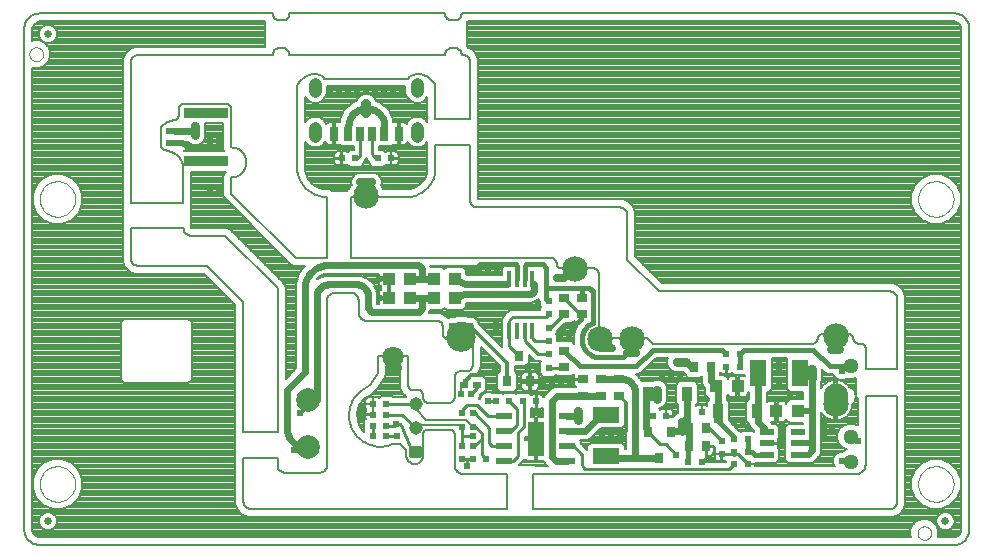
<source format=gtl>
G75*
G70*
%OFA0B0*%
%FSLAX24Y24*%
%IPPOS*%
%LPD*%
%AMOC8*
5,1,8,0,0,1.08239X$1,22.5*
%
%ADD10C,0.0050*%
%ADD11C,0.0000*%
%ADD12R,0.0197X0.0220*%
%ADD13R,0.0220X0.0197*%
%ADD14R,0.0315X0.0472*%
%ADD15R,0.0250X0.0472*%
%ADD16C,0.0004*%
%ADD17C,0.0433*%
%ADD18C,0.0450*%
%ADD19C,0.0709*%
%ADD20C,0.0120*%
%ADD21R,0.0600X0.0236*%
%ADD22R,0.1450X0.0350*%
%ADD23C,0.0250*%
%ADD24C,0.0850*%
%ADD25C,0.0825*%
%ADD26R,0.0394X0.0433*%
%ADD27C,0.0984*%
%ADD28C,0.0512*%
%ADD29C,0.0787*%
%ADD30R,0.0250X0.0197*%
%ADD31R,0.0472X0.0217*%
%ADD32R,0.0358X0.0480*%
%ADD33R,0.0551X0.0906*%
%ADD34R,0.0157X0.0551*%
%ADD35R,0.0354X0.0250*%
%ADD36R,0.0315X0.0354*%
%ADD37R,0.0250X0.0354*%
%ADD38R,0.0551X0.0236*%
%ADD39R,0.0551X0.1181*%
%ADD40R,0.0906X0.0551*%
%ADD41C,0.0080*%
%ADD42C,0.0240*%
%ADD43C,0.0100*%
%ADD44C,0.0160*%
%ADD45C,0.0260*%
%ADD46C,0.0200*%
%ADD47C,0.0240*%
%ADD48C,0.0300*%
%ADD49C,0.0300*%
%ADD50C,0.0320*%
%ADD51C,0.0280*%
%ADD52C,0.0180*%
%ADD53C,0.0280*%
%ADD54C,0.0236*%
%ADD55C,0.0220*%
%ADD56C,0.0260*%
%ADD57C,0.0140*%
D10*
X001427Y000927D02*
X031912Y000927D01*
X031957Y000928D01*
X032000Y000934D01*
X032044Y000943D01*
X032086Y000956D01*
X032127Y000972D01*
X032166Y000992D01*
X032204Y001015D01*
X032239Y001042D01*
X032272Y001071D01*
X032302Y001104D01*
X032329Y001138D01*
X032353Y001175D01*
X032374Y001214D01*
X032392Y001255D01*
X032405Y001297D01*
X032415Y001340D01*
X032422Y001383D01*
X032424Y001427D01*
X032423Y001427D02*
X032423Y018144D01*
X032424Y018145D02*
X032421Y018188D01*
X032415Y018232D01*
X032405Y018275D01*
X032391Y018317D01*
X032374Y018357D01*
X032353Y018396D01*
X032329Y018433D01*
X032302Y018468D01*
X032271Y018500D01*
X032239Y018529D01*
X032203Y018555D01*
X032166Y018579D01*
X032127Y018598D01*
X032086Y018615D01*
X032043Y018627D01*
X032000Y018636D01*
X031957Y018642D01*
X031912Y018643D01*
X031912Y018642D02*
X015500Y018642D01*
X015500Y018614D01*
X015496Y018586D01*
X015489Y018559D01*
X015478Y018533D01*
X015464Y018509D01*
X015447Y018487D01*
X015427Y018467D01*
X015405Y018450D01*
X015381Y018436D01*
X015355Y018425D01*
X015328Y018418D01*
X015300Y018414D01*
X015150Y018414D01*
X015122Y018418D01*
X015095Y018425D01*
X015069Y018436D01*
X015045Y018450D01*
X015023Y018467D01*
X015003Y018487D01*
X014986Y018509D01*
X014972Y018533D01*
X014961Y018559D01*
X014954Y018586D01*
X014950Y018614D01*
X014950Y018642D01*
X009762Y018642D01*
X009762Y018614D01*
X009758Y018586D01*
X009751Y018559D01*
X009740Y018533D01*
X009726Y018509D01*
X009709Y018487D01*
X009689Y018467D01*
X009667Y018450D01*
X009643Y018436D01*
X009617Y018425D01*
X009590Y018418D01*
X009562Y018414D01*
X009412Y018414D01*
X009413Y018414D02*
X009384Y018418D01*
X009357Y018425D01*
X009331Y018435D01*
X009306Y018449D01*
X009283Y018466D01*
X009263Y018486D01*
X009245Y018508D01*
X009231Y018533D01*
X009219Y018559D01*
X009212Y018586D01*
X009208Y018614D01*
X009207Y018642D01*
X001427Y018642D01*
X001383Y018640D01*
X001340Y018635D01*
X001298Y018625D01*
X001256Y018612D01*
X001216Y018596D01*
X001177Y018576D01*
X001141Y018552D01*
X001106Y018526D01*
X001074Y018497D01*
X001044Y018465D01*
X001018Y018430D01*
X000994Y018393D01*
X000974Y018355D01*
X000957Y018315D01*
X000944Y018273D01*
X000935Y018231D01*
X000929Y018187D01*
X000927Y018144D01*
X000927Y001427D01*
X000929Y001383D01*
X000935Y001340D01*
X000944Y001298D01*
X000957Y001256D01*
X000974Y001216D01*
X000994Y001177D01*
X001017Y001140D01*
X001044Y001106D01*
X001073Y001073D01*
X001106Y001044D01*
X001140Y001017D01*
X001177Y000994D01*
X001216Y000974D01*
X001256Y000957D01*
X001298Y000944D01*
X001340Y000935D01*
X001383Y000929D01*
X001427Y000927D01*
X008225Y002376D02*
X008225Y003826D01*
X009365Y003826D01*
X009365Y003586D01*
X009367Y003556D01*
X009372Y003526D01*
X009381Y003497D01*
X009394Y003470D01*
X009409Y003444D01*
X009428Y003420D01*
X009449Y003399D01*
X009473Y003380D01*
X009499Y003365D01*
X009526Y003352D01*
X009555Y003343D01*
X009585Y003338D01*
X009615Y003336D01*
X010765Y003336D01*
X010795Y003338D01*
X010825Y003343D01*
X010854Y003352D01*
X010881Y003365D01*
X010907Y003380D01*
X010931Y003399D01*
X010952Y003420D01*
X010971Y003444D01*
X010986Y003470D01*
X010999Y003497D01*
X011008Y003526D01*
X011013Y003556D01*
X011015Y003586D01*
X011015Y009086D01*
X011017Y009116D01*
X011022Y009146D01*
X011031Y009175D01*
X011044Y009202D01*
X011059Y009228D01*
X011078Y009252D01*
X011099Y009273D01*
X011123Y009292D01*
X011149Y009307D01*
X011176Y009320D01*
X011205Y009329D01*
X011235Y009334D01*
X011265Y009336D01*
X011815Y009336D01*
X011845Y009334D01*
X011875Y009329D01*
X011904Y009320D01*
X011931Y009307D01*
X011957Y009292D01*
X011981Y009273D01*
X012002Y009252D01*
X012021Y009228D01*
X012036Y009202D01*
X012049Y009175D01*
X012058Y009146D01*
X012063Y009116D01*
X012065Y009086D01*
X012065Y008686D01*
X012067Y008652D01*
X012073Y008619D01*
X012082Y008587D01*
X012095Y008556D01*
X012111Y008526D01*
X012130Y008499D01*
X012153Y008474D01*
X012178Y008451D01*
X012205Y008432D01*
X012235Y008416D01*
X012266Y008403D01*
X012298Y008394D01*
X012331Y008388D01*
X012365Y008386D01*
X014715Y008386D01*
X014738Y008384D01*
X014761Y008379D01*
X014783Y008370D01*
X014803Y008357D01*
X014821Y008342D01*
X014836Y008324D01*
X014849Y008304D01*
X014858Y008282D01*
X014863Y008259D01*
X014865Y008236D01*
X014865Y007986D01*
X014865Y007985D02*
X014868Y007957D01*
X014876Y007930D01*
X014887Y007904D01*
X014901Y007880D01*
X014919Y007858D01*
X014939Y007838D01*
X014961Y007821D01*
X014986Y007807D01*
X015012Y007796D01*
X015039Y007789D01*
X015067Y007785D01*
X015096Y007786D01*
X015665Y007786D01*
X015691Y007784D01*
X015717Y007779D01*
X015742Y007771D01*
X015765Y007759D01*
X015787Y007745D01*
X015806Y007727D01*
X015824Y007708D01*
X015838Y007686D01*
X015850Y007663D01*
X015858Y007638D01*
X015863Y007612D01*
X015865Y007586D01*
X015865Y006896D01*
X015861Y006869D01*
X015854Y006843D01*
X015843Y006818D01*
X015829Y006795D01*
X015812Y006774D01*
X015792Y006756D01*
X015769Y006741D01*
X015745Y006729D01*
X015719Y006721D01*
X015692Y006717D01*
X015665Y006716D01*
X015465Y006716D01*
X015439Y006714D01*
X015413Y006709D01*
X015388Y006701D01*
X015365Y006689D01*
X015343Y006675D01*
X015324Y006657D01*
X015306Y006638D01*
X015292Y006616D01*
X015280Y006593D01*
X015272Y006568D01*
X015267Y006542D01*
X015265Y006516D01*
X015265Y005830D01*
X015262Y005806D01*
X015256Y005784D01*
X015247Y005762D01*
X015235Y005742D01*
X015220Y005724D01*
X015203Y005708D01*
X015183Y005695D01*
X015162Y005685D01*
X015140Y005678D01*
X015117Y005674D01*
X015094Y005673D01*
X015093Y005673D02*
X014360Y005673D01*
X014360Y005674D02*
X014337Y005678D01*
X014315Y005685D01*
X014294Y005695D01*
X014275Y005708D01*
X014258Y005724D01*
X014244Y005742D01*
X014232Y005762D01*
X014223Y005783D01*
X014217Y005805D01*
X014214Y005828D01*
X014215Y005851D01*
X014215Y005913D01*
X014215Y005914D02*
X014215Y005937D01*
X014211Y005960D01*
X014205Y005982D01*
X014195Y006003D01*
X014183Y006022D01*
X014168Y006039D01*
X014150Y006054D01*
X014131Y006067D01*
X014110Y006076D01*
X014088Y006082D01*
X014065Y006086D01*
X013875Y006086D01*
X013875Y006087D02*
X013852Y006090D01*
X013830Y006097D01*
X013809Y006107D01*
X013789Y006120D01*
X013772Y006136D01*
X013756Y006153D01*
X013744Y006173D01*
X013735Y006195D01*
X013728Y006217D01*
X013725Y006240D01*
X013726Y006264D01*
X013725Y006263D02*
X013725Y007213D01*
X012725Y007213D01*
X012725Y006713D01*
X012704Y006656D01*
X012681Y006600D01*
X012654Y006546D01*
X012624Y006493D01*
X012592Y006442D01*
X012556Y006393D01*
X012518Y006346D01*
X012478Y006301D01*
X012435Y006258D01*
X012389Y006218D01*
X012341Y006181D01*
X012292Y006146D01*
X012240Y006114D01*
X012187Y006085D01*
X012187Y006086D02*
X012137Y006048D01*
X012089Y006007D01*
X012044Y005963D01*
X012002Y005917D01*
X011962Y005868D01*
X011926Y005816D01*
X011893Y005763D01*
X011863Y005708D01*
X011836Y005651D01*
X011813Y005592D01*
X011794Y005532D01*
X011778Y005471D01*
X011766Y005410D01*
X011757Y005347D01*
X011753Y005284D01*
X011752Y005222D01*
X011755Y005159D01*
X011762Y005096D01*
X011773Y005034D01*
X011787Y004973D01*
X011805Y004913D01*
X011827Y004854D01*
X011852Y004796D01*
X011881Y004740D01*
X011913Y004686D01*
X011948Y004634D01*
X011986Y004584D01*
X012027Y004536D01*
X012072Y004491D01*
X012118Y004449D01*
X012167Y004410D01*
X012219Y004374D01*
X012272Y004341D01*
X012328Y004311D01*
X012385Y004285D01*
X012443Y004262D01*
X012503Y004243D01*
X012564Y004227D01*
X012626Y004215D01*
X012688Y004207D01*
X012751Y004203D01*
X012814Y004202D01*
X012877Y004206D01*
X012939Y004213D01*
X013001Y004224D01*
X013063Y004238D01*
X013123Y004256D01*
X013182Y004278D01*
X013239Y004304D01*
X013240Y004303D02*
X013460Y004303D01*
X013660Y004103D01*
X013660Y003903D01*
X013659Y003903D02*
X013661Y003871D01*
X013666Y003839D01*
X013676Y003808D01*
X013689Y003778D01*
X013705Y003750D01*
X013724Y003724D01*
X013746Y003701D01*
X013771Y003680D01*
X013798Y003662D01*
X013827Y003648D01*
X013857Y003637D01*
X013889Y003629D01*
X013921Y003625D01*
X013953Y003625D01*
X013985Y003629D01*
X014017Y003637D01*
X014047Y003648D01*
X014076Y003662D01*
X014103Y003680D01*
X014128Y003701D01*
X014150Y003724D01*
X014169Y003750D01*
X014185Y003778D01*
X014198Y003808D01*
X014208Y003839D01*
X014213Y003871D01*
X014215Y003903D01*
X014215Y004625D01*
X014218Y004648D01*
X014225Y004670D01*
X014235Y004691D01*
X014248Y004711D01*
X014263Y004728D01*
X014281Y004743D01*
X014301Y004755D01*
X014322Y004765D01*
X014345Y004771D01*
X014368Y004774D01*
X014391Y004773D01*
X015115Y004773D01*
X015138Y004770D01*
X015160Y004763D01*
X015180Y004754D01*
X015200Y004742D01*
X015217Y004727D01*
X015232Y004710D01*
X015245Y004691D01*
X015254Y004670D01*
X015261Y004648D01*
X015264Y004626D01*
X015265Y004603D01*
X015265Y003586D01*
X015267Y003552D01*
X015273Y003519D01*
X015282Y003487D01*
X015295Y003456D01*
X015311Y003426D01*
X015330Y003399D01*
X015353Y003374D01*
X015378Y003351D01*
X015405Y003332D01*
X015435Y003316D01*
X015466Y003303D01*
X015498Y003294D01*
X015531Y003288D01*
X015565Y003286D01*
X017025Y003286D01*
X017025Y002126D01*
X008475Y002126D01*
X008445Y002128D01*
X008415Y002133D01*
X008386Y002142D01*
X008359Y002155D01*
X008333Y002170D01*
X008309Y002189D01*
X008288Y002210D01*
X008269Y002234D01*
X008254Y002260D01*
X008241Y002287D01*
X008232Y002316D01*
X008227Y002346D01*
X008225Y002376D01*
X008225Y004676D02*
X009365Y004676D01*
X009365Y009486D01*
X007615Y011236D01*
X006515Y011236D01*
X006485Y011235D01*
X006455Y011237D01*
X006426Y011243D01*
X006398Y011252D01*
X006370Y011263D01*
X006344Y011278D01*
X006320Y011296D01*
X006299Y011316D01*
X006279Y011339D01*
X006262Y011364D01*
X006248Y011390D01*
X006237Y011418D01*
X006230Y011447D01*
X006225Y011476D01*
X004475Y011476D01*
X004475Y010476D01*
X004477Y010446D01*
X004482Y010416D01*
X004491Y010387D01*
X004504Y010360D01*
X004519Y010334D01*
X004538Y010310D01*
X004559Y010289D01*
X004583Y010270D01*
X004609Y010255D01*
X004636Y010242D01*
X004665Y010233D01*
X004695Y010228D01*
X004725Y010226D01*
X007025Y010226D01*
X008225Y009026D01*
X008225Y004676D01*
X017875Y003286D02*
X017875Y002126D01*
X029775Y002126D01*
X029805Y002128D01*
X029835Y002133D01*
X029864Y002142D01*
X029891Y002155D01*
X029917Y002170D01*
X029941Y002189D01*
X029962Y002210D01*
X029981Y002234D01*
X029996Y002260D01*
X030009Y002287D01*
X030018Y002316D01*
X030023Y002346D01*
X030025Y002376D01*
X030025Y005901D01*
X028965Y005901D01*
X028965Y003636D01*
X028966Y003602D01*
X028963Y003568D01*
X028957Y003534D01*
X028947Y003502D01*
X028934Y003470D01*
X028918Y003440D01*
X028898Y003412D01*
X028876Y003386D01*
X028851Y003363D01*
X028824Y003342D01*
X028795Y003324D01*
X028764Y003310D01*
X028732Y003298D01*
X028699Y003290D01*
X028665Y003286D01*
X017875Y003286D01*
X021865Y007636D02*
X021665Y007836D01*
X020325Y007836D01*
X020295Y007838D01*
X020265Y007843D01*
X020236Y007852D01*
X020209Y007865D01*
X020183Y007880D01*
X020159Y007899D01*
X020138Y007920D01*
X020119Y007944D01*
X020104Y007970D01*
X020091Y007997D01*
X020082Y008026D01*
X020077Y008056D01*
X020075Y008086D01*
X020075Y009955D01*
X020072Y009983D01*
X020066Y010009D01*
X020056Y010035D01*
X020043Y010059D01*
X020027Y010081D01*
X020008Y010101D01*
X019986Y010118D01*
X019963Y010132D01*
X019938Y010143D01*
X019912Y010151D01*
X019885Y010155D01*
X019858Y010156D01*
X019858Y010155D02*
X018821Y010155D01*
X018798Y010157D01*
X018776Y010162D01*
X018755Y010170D01*
X018735Y010182D01*
X018718Y010197D01*
X018703Y010214D01*
X018690Y010234D01*
X018681Y010255D01*
X018676Y010277D01*
X018674Y010300D01*
X018675Y010299D02*
X018674Y010325D01*
X018670Y010349D01*
X018663Y010374D01*
X018652Y010396D01*
X018638Y010417D01*
X018621Y010436D01*
X018602Y010452D01*
X018580Y010466D01*
X018557Y010476D01*
X018533Y010483D01*
X018508Y010486D01*
X011825Y010486D01*
X011825Y012524D01*
X013725Y012524D01*
X013724Y012525D02*
X013785Y012530D01*
X013846Y012540D01*
X013905Y012553D01*
X013964Y012570D01*
X014022Y012590D01*
X014078Y012615D01*
X014132Y012642D01*
X014185Y012673D01*
X014235Y012708D01*
X014283Y012745D01*
X014329Y012786D01*
X014372Y012829D01*
X014413Y012875D01*
X014450Y012924D01*
X014484Y012974D01*
X014515Y013027D01*
X014542Y013082D01*
X014566Y013138D01*
X014586Y013196D01*
X014603Y013255D01*
X014616Y013314D01*
X014625Y013375D01*
X014625Y013374D02*
X014625Y014264D01*
X015785Y014264D01*
X015785Y012426D01*
X015787Y012396D01*
X015792Y012366D01*
X015801Y012337D01*
X015814Y012310D01*
X015829Y012284D01*
X015848Y012260D01*
X015869Y012239D01*
X015893Y012220D01*
X015919Y012205D01*
X015946Y012192D01*
X015975Y012183D01*
X016005Y012178D01*
X016035Y012176D01*
X020775Y012176D01*
X020805Y012174D01*
X020835Y012169D01*
X020864Y012160D01*
X020891Y012147D01*
X020917Y012132D01*
X020941Y012113D01*
X020962Y012092D01*
X020981Y012068D01*
X020996Y012042D01*
X021009Y012015D01*
X021018Y011986D01*
X021023Y011956D01*
X021025Y011926D01*
X021025Y010436D01*
X022075Y009376D01*
X029775Y009376D01*
X029805Y009374D01*
X029835Y009369D01*
X029864Y009360D01*
X029891Y009347D01*
X029917Y009332D01*
X029941Y009313D01*
X029962Y009292D01*
X029981Y009268D01*
X029996Y009242D01*
X030009Y009215D01*
X030018Y009186D01*
X030023Y009156D01*
X030025Y009126D01*
X030025Y006801D01*
X028965Y006801D01*
X028965Y007455D01*
X028966Y007479D01*
X028964Y007502D01*
X028958Y007524D01*
X028949Y007546D01*
X028938Y007566D01*
X028923Y007584D01*
X028906Y007600D01*
X028887Y007614D01*
X028866Y007624D01*
X028844Y007632D01*
X028822Y007636D01*
X028821Y007636D02*
X028758Y007636D01*
X028732Y007635D01*
X028706Y007639D01*
X028680Y007646D01*
X028656Y007657D01*
X028634Y007671D01*
X028614Y007688D01*
X028596Y007708D01*
X028582Y007730D01*
X028570Y007753D01*
X028563Y007779D01*
X028559Y007805D01*
X028558Y007805D02*
X028556Y007828D01*
X028551Y007851D01*
X028542Y007873D01*
X028529Y007893D01*
X028514Y007911D01*
X028496Y007926D01*
X028476Y007939D01*
X028454Y007948D01*
X028431Y007953D01*
X028408Y007955D01*
X027521Y007955D01*
X027498Y007953D01*
X027475Y007948D01*
X027453Y007939D01*
X027433Y007926D01*
X027415Y007911D01*
X027400Y007893D01*
X027387Y007873D01*
X027378Y007851D01*
X027373Y007828D01*
X027371Y007805D01*
X027367Y007779D01*
X027360Y007753D01*
X027348Y007730D01*
X027334Y007708D01*
X027316Y007688D01*
X027296Y007671D01*
X027274Y007657D01*
X027250Y007646D01*
X027224Y007639D01*
X027198Y007635D01*
X027172Y007636D01*
X027171Y007636D02*
X021865Y007636D01*
X011025Y010486D02*
X011025Y012524D01*
X010975Y012524D01*
X010025Y013374D02*
X010025Y016238D01*
X010045Y016282D01*
X010069Y016324D01*
X010096Y016364D01*
X010126Y016402D01*
X010159Y016437D01*
X010195Y016470D01*
X010233Y016500D01*
X010273Y016527D01*
X010316Y016550D01*
X010360Y016570D01*
X010405Y016587D01*
X010452Y016600D01*
X010499Y016609D01*
X010547Y016614D01*
X010596Y016616D01*
X010644Y016614D01*
X010692Y016608D01*
X010739Y016598D01*
X010786Y016585D01*
X010831Y016568D01*
X010928Y016474D02*
X013718Y016474D01*
X013719Y016474D02*
X013730Y016494D01*
X013744Y016513D01*
X013760Y016530D01*
X013778Y016545D01*
X013798Y016558D01*
X013818Y016568D01*
X014625Y016238D02*
X014625Y015114D01*
X015785Y015114D01*
X015785Y017014D01*
X015784Y017044D01*
X015779Y017073D01*
X015771Y017101D01*
X015759Y017128D01*
X015744Y017154D01*
X015727Y017178D01*
X015706Y017199D01*
X015683Y017218D01*
X015658Y017234D01*
X015632Y017246D01*
X015603Y017256D01*
X015574Y017262D01*
X015545Y017264D01*
X015500Y017264D01*
X015500Y017292D01*
X015496Y017320D01*
X015489Y017347D01*
X015478Y017373D01*
X015464Y017397D01*
X015447Y017419D01*
X015427Y017439D01*
X015405Y017456D01*
X015381Y017470D01*
X015355Y017481D01*
X015328Y017488D01*
X015300Y017492D01*
X015150Y017492D01*
X015122Y017488D01*
X015095Y017481D01*
X015069Y017470D01*
X015045Y017456D01*
X015023Y017439D01*
X015003Y017419D01*
X014986Y017397D01*
X014972Y017373D01*
X014961Y017347D01*
X014954Y017320D01*
X014950Y017292D01*
X014950Y017264D01*
X009762Y017264D01*
X009762Y017292D01*
X009758Y017320D01*
X009751Y017347D01*
X009740Y017373D01*
X009726Y017397D01*
X009709Y017419D01*
X009689Y017439D01*
X009667Y017456D01*
X009643Y017470D01*
X009617Y017481D01*
X009590Y017488D01*
X009562Y017492D01*
X009412Y017492D01*
X009413Y017493D02*
X009384Y017489D01*
X009357Y017482D01*
X009331Y017472D01*
X009306Y017458D01*
X009283Y017441D01*
X009263Y017421D01*
X009245Y017399D01*
X009231Y017374D01*
X009219Y017348D01*
X009212Y017321D01*
X009208Y017293D01*
X009207Y017265D01*
X009207Y017264D02*
X004725Y017264D01*
X004695Y017262D01*
X004665Y017257D01*
X004636Y017248D01*
X004609Y017235D01*
X004583Y017220D01*
X004559Y017201D01*
X004538Y017180D01*
X004519Y017156D01*
X004504Y017130D01*
X004491Y017103D01*
X004482Y017074D01*
X004477Y017044D01*
X004475Y017014D01*
X004475Y012326D01*
X006225Y012326D01*
X006225Y013526D01*
X005925Y013976D02*
X005625Y014076D01*
X005599Y014085D01*
X005574Y014097D01*
X005551Y014113D01*
X005530Y014131D01*
X005512Y014152D01*
X005496Y014175D01*
X005484Y014200D01*
X005475Y014226D01*
X005475Y014826D01*
X005625Y014976D02*
X005925Y015076D01*
X006075Y015226D02*
X006075Y015476D01*
X006077Y015499D01*
X006082Y015522D01*
X006091Y015544D01*
X006104Y015564D01*
X006119Y015582D01*
X006137Y015597D01*
X006157Y015610D01*
X006179Y015619D01*
X006202Y015624D01*
X006225Y015626D01*
X007675Y015626D01*
X007698Y015624D01*
X007721Y015619D01*
X007743Y015610D01*
X007763Y015597D01*
X007781Y015582D01*
X007796Y015564D01*
X007809Y015544D01*
X007818Y015522D01*
X007823Y015499D01*
X007825Y015476D01*
X007825Y014176D01*
X007869Y014174D01*
X007912Y014168D01*
X007954Y014159D01*
X007996Y014146D01*
X008036Y014129D01*
X008075Y014109D01*
X008112Y014086D01*
X008146Y014059D01*
X008179Y014030D01*
X008208Y013997D01*
X008235Y013963D01*
X008258Y013926D01*
X008278Y013887D01*
X008295Y013847D01*
X008308Y013805D01*
X008317Y013763D01*
X008323Y013720D01*
X008325Y013676D01*
X008323Y013632D01*
X008317Y013589D01*
X008308Y013547D01*
X008295Y013505D01*
X008278Y013465D01*
X008258Y013426D01*
X008235Y013389D01*
X008208Y013355D01*
X008179Y013322D01*
X008146Y013293D01*
X008112Y013266D01*
X008075Y013243D01*
X008036Y013223D01*
X007996Y013206D01*
X007954Y013193D01*
X007912Y013184D01*
X007869Y013178D01*
X007825Y013176D01*
X007825Y012636D01*
X009965Y010486D01*
X011025Y010486D01*
X010974Y012524D02*
X010914Y012527D01*
X010855Y012535D01*
X010795Y012546D01*
X010737Y012560D01*
X010680Y012578D01*
X010623Y012600D01*
X010569Y012625D01*
X010515Y012653D01*
X010464Y012684D01*
X010415Y012719D01*
X010367Y012756D01*
X010322Y012796D01*
X010280Y012839D01*
X010240Y012884D01*
X010204Y012932D01*
X010170Y012982D01*
X010139Y013033D01*
X010111Y013087D01*
X010087Y013142D01*
X010066Y013198D01*
X010048Y013256D01*
X010034Y013315D01*
X010024Y013374D01*
X005625Y014976D02*
X005599Y014967D01*
X005574Y014955D01*
X005551Y014939D01*
X005530Y014921D01*
X005512Y014900D01*
X005496Y014877D01*
X005484Y014852D01*
X005475Y014826D01*
X005925Y015076D02*
X005954Y015089D01*
X005980Y015105D01*
X006005Y015124D01*
X006027Y015146D01*
X006046Y015171D01*
X006062Y015197D01*
X006075Y015226D01*
X005925Y013976D02*
X005963Y013950D01*
X006000Y013922D01*
X006035Y013891D01*
X006067Y013857D01*
X006097Y013822D01*
X006125Y013784D01*
X006149Y013744D01*
X006170Y013703D01*
X006189Y013660D01*
X006204Y013616D01*
X006216Y013571D01*
X006225Y013526D01*
X010831Y016568D02*
X010851Y016558D01*
X010870Y016545D01*
X010888Y016530D01*
X010903Y016513D01*
X010917Y016494D01*
X010928Y016474D01*
X013819Y016568D02*
X013864Y016585D01*
X013911Y016598D01*
X013958Y016608D01*
X014006Y016614D01*
X014054Y016616D01*
X014103Y016614D01*
X014151Y016609D01*
X014198Y016600D01*
X014245Y016587D01*
X014290Y016570D01*
X014334Y016550D01*
X014377Y016527D01*
X014417Y016500D01*
X014455Y016470D01*
X014491Y016437D01*
X014524Y016402D01*
X014554Y016364D01*
X014581Y016324D01*
X014605Y016282D01*
X014625Y016238D01*
D11*
X001440Y012459D02*
X001442Y012507D01*
X001448Y012555D01*
X001458Y012602D01*
X001471Y012648D01*
X001489Y012693D01*
X001509Y012737D01*
X001534Y012779D01*
X001562Y012818D01*
X001592Y012855D01*
X001626Y012889D01*
X001663Y012921D01*
X001701Y012950D01*
X001742Y012975D01*
X001785Y012997D01*
X001830Y013015D01*
X001876Y013029D01*
X001923Y013040D01*
X001971Y013047D01*
X002019Y013050D01*
X002067Y013049D01*
X002115Y013044D01*
X002163Y013035D01*
X002209Y013023D01*
X002254Y013006D01*
X002298Y012986D01*
X002340Y012963D01*
X002380Y012936D01*
X002418Y012906D01*
X002453Y012873D01*
X002485Y012837D01*
X002515Y012799D01*
X002541Y012758D01*
X002563Y012715D01*
X002583Y012671D01*
X002598Y012626D01*
X002610Y012579D01*
X002618Y012531D01*
X002622Y012483D01*
X002622Y012435D01*
X002618Y012387D01*
X002610Y012339D01*
X002598Y012292D01*
X002583Y012247D01*
X002563Y012203D01*
X002541Y012160D01*
X002515Y012119D01*
X002485Y012081D01*
X002453Y012045D01*
X002418Y012012D01*
X002380Y011982D01*
X002340Y011955D01*
X002298Y011932D01*
X002254Y011912D01*
X002209Y011895D01*
X002163Y011883D01*
X002115Y011874D01*
X002067Y011869D01*
X002019Y011868D01*
X001971Y011871D01*
X001923Y011878D01*
X001876Y011889D01*
X001830Y011903D01*
X001785Y011921D01*
X001742Y011943D01*
X001701Y011968D01*
X001663Y011997D01*
X001626Y012029D01*
X001592Y012063D01*
X001562Y012100D01*
X001534Y012139D01*
X001509Y012181D01*
X001489Y012225D01*
X001471Y012270D01*
X001458Y012316D01*
X001448Y012363D01*
X001442Y012411D01*
X001440Y012459D01*
X001094Y017283D02*
X001096Y017313D01*
X001102Y017342D01*
X001111Y017370D01*
X001124Y017396D01*
X001141Y017421D01*
X001160Y017444D01*
X001183Y017463D01*
X001207Y017480D01*
X001234Y017493D01*
X001262Y017502D01*
X001291Y017508D01*
X001321Y017510D01*
X001351Y017508D01*
X001380Y017502D01*
X001408Y017493D01*
X001434Y017480D01*
X001459Y017463D01*
X001482Y017444D01*
X001501Y017421D01*
X001518Y017397D01*
X001531Y017370D01*
X001540Y017342D01*
X001546Y017313D01*
X001548Y017283D01*
X001546Y017253D01*
X001540Y017224D01*
X001531Y017196D01*
X001518Y017170D01*
X001501Y017145D01*
X001482Y017122D01*
X001459Y017103D01*
X001435Y017086D01*
X001408Y017073D01*
X001380Y017064D01*
X001351Y017058D01*
X001321Y017056D01*
X001291Y017058D01*
X001262Y017064D01*
X001234Y017073D01*
X001208Y017086D01*
X001183Y017103D01*
X001160Y017122D01*
X001141Y017145D01*
X001124Y017169D01*
X001111Y017196D01*
X001102Y017224D01*
X001096Y017253D01*
X001094Y017283D01*
X001440Y002959D02*
X001442Y003007D01*
X001448Y003055D01*
X001458Y003102D01*
X001471Y003148D01*
X001489Y003193D01*
X001509Y003237D01*
X001534Y003279D01*
X001562Y003318D01*
X001592Y003355D01*
X001626Y003389D01*
X001663Y003421D01*
X001701Y003450D01*
X001742Y003475D01*
X001785Y003497D01*
X001830Y003515D01*
X001876Y003529D01*
X001923Y003540D01*
X001971Y003547D01*
X002019Y003550D01*
X002067Y003549D01*
X002115Y003544D01*
X002163Y003535D01*
X002209Y003523D01*
X002254Y003506D01*
X002298Y003486D01*
X002340Y003463D01*
X002380Y003436D01*
X002418Y003406D01*
X002453Y003373D01*
X002485Y003337D01*
X002515Y003299D01*
X002541Y003258D01*
X002563Y003215D01*
X002583Y003171D01*
X002598Y003126D01*
X002610Y003079D01*
X002618Y003031D01*
X002622Y002983D01*
X002622Y002935D01*
X002618Y002887D01*
X002610Y002839D01*
X002598Y002792D01*
X002583Y002747D01*
X002563Y002703D01*
X002541Y002660D01*
X002515Y002619D01*
X002485Y002581D01*
X002453Y002545D01*
X002418Y002512D01*
X002380Y002482D01*
X002340Y002455D01*
X002298Y002432D01*
X002254Y002412D01*
X002209Y002395D01*
X002163Y002383D01*
X002115Y002374D01*
X002067Y002369D01*
X002019Y002368D01*
X001971Y002371D01*
X001923Y002378D01*
X001876Y002389D01*
X001830Y002403D01*
X001785Y002421D01*
X001742Y002443D01*
X001701Y002468D01*
X001663Y002497D01*
X001626Y002529D01*
X001592Y002563D01*
X001562Y002600D01*
X001534Y002639D01*
X001509Y002681D01*
X001489Y002725D01*
X001471Y002770D01*
X001458Y002816D01*
X001448Y002863D01*
X001442Y002911D01*
X001440Y002959D01*
X030698Y001321D02*
X030700Y001351D01*
X030706Y001380D01*
X030715Y001408D01*
X030728Y001434D01*
X030745Y001459D01*
X030764Y001482D01*
X030787Y001501D01*
X030811Y001518D01*
X030838Y001531D01*
X030866Y001540D01*
X030895Y001546D01*
X030925Y001548D01*
X030955Y001546D01*
X030984Y001540D01*
X031012Y001531D01*
X031038Y001518D01*
X031063Y001501D01*
X031086Y001482D01*
X031105Y001459D01*
X031122Y001435D01*
X031135Y001408D01*
X031144Y001380D01*
X031150Y001351D01*
X031152Y001321D01*
X031150Y001291D01*
X031144Y001262D01*
X031135Y001234D01*
X031122Y001208D01*
X031105Y001183D01*
X031086Y001160D01*
X031063Y001141D01*
X031039Y001124D01*
X031012Y001111D01*
X030984Y001102D01*
X030955Y001096D01*
X030925Y001094D01*
X030895Y001096D01*
X030866Y001102D01*
X030838Y001111D01*
X030812Y001124D01*
X030787Y001141D01*
X030764Y001160D01*
X030745Y001183D01*
X030728Y001207D01*
X030715Y001234D01*
X030706Y001262D01*
X030700Y001291D01*
X030698Y001321D01*
X030718Y002959D02*
X030720Y003007D01*
X030726Y003055D01*
X030736Y003102D01*
X030749Y003148D01*
X030767Y003193D01*
X030787Y003237D01*
X030812Y003279D01*
X030840Y003318D01*
X030870Y003355D01*
X030904Y003389D01*
X030941Y003421D01*
X030979Y003450D01*
X031020Y003475D01*
X031063Y003497D01*
X031108Y003515D01*
X031154Y003529D01*
X031201Y003540D01*
X031249Y003547D01*
X031297Y003550D01*
X031345Y003549D01*
X031393Y003544D01*
X031441Y003535D01*
X031487Y003523D01*
X031532Y003506D01*
X031576Y003486D01*
X031618Y003463D01*
X031658Y003436D01*
X031696Y003406D01*
X031731Y003373D01*
X031763Y003337D01*
X031793Y003299D01*
X031819Y003258D01*
X031841Y003215D01*
X031861Y003171D01*
X031876Y003126D01*
X031888Y003079D01*
X031896Y003031D01*
X031900Y002983D01*
X031900Y002935D01*
X031896Y002887D01*
X031888Y002839D01*
X031876Y002792D01*
X031861Y002747D01*
X031841Y002703D01*
X031819Y002660D01*
X031793Y002619D01*
X031763Y002581D01*
X031731Y002545D01*
X031696Y002512D01*
X031658Y002482D01*
X031618Y002455D01*
X031576Y002432D01*
X031532Y002412D01*
X031487Y002395D01*
X031441Y002383D01*
X031393Y002374D01*
X031345Y002369D01*
X031297Y002368D01*
X031249Y002371D01*
X031201Y002378D01*
X031154Y002389D01*
X031108Y002403D01*
X031063Y002421D01*
X031020Y002443D01*
X030979Y002468D01*
X030941Y002497D01*
X030904Y002529D01*
X030870Y002563D01*
X030840Y002600D01*
X030812Y002639D01*
X030787Y002681D01*
X030767Y002725D01*
X030749Y002770D01*
X030736Y002816D01*
X030726Y002863D01*
X030720Y002911D01*
X030718Y002959D01*
X030718Y012459D02*
X030720Y012507D01*
X030726Y012555D01*
X030736Y012602D01*
X030749Y012648D01*
X030767Y012693D01*
X030787Y012737D01*
X030812Y012779D01*
X030840Y012818D01*
X030870Y012855D01*
X030904Y012889D01*
X030941Y012921D01*
X030979Y012950D01*
X031020Y012975D01*
X031063Y012997D01*
X031108Y013015D01*
X031154Y013029D01*
X031201Y013040D01*
X031249Y013047D01*
X031297Y013050D01*
X031345Y013049D01*
X031393Y013044D01*
X031441Y013035D01*
X031487Y013023D01*
X031532Y013006D01*
X031576Y012986D01*
X031618Y012963D01*
X031658Y012936D01*
X031696Y012906D01*
X031731Y012873D01*
X031763Y012837D01*
X031793Y012799D01*
X031819Y012758D01*
X031841Y012715D01*
X031861Y012671D01*
X031876Y012626D01*
X031888Y012579D01*
X031896Y012531D01*
X031900Y012483D01*
X031900Y012435D01*
X031896Y012387D01*
X031888Y012339D01*
X031876Y012292D01*
X031861Y012247D01*
X031841Y012203D01*
X031819Y012160D01*
X031793Y012119D01*
X031763Y012081D01*
X031731Y012045D01*
X031696Y012012D01*
X031658Y011982D01*
X031618Y011955D01*
X031576Y011932D01*
X031532Y011912D01*
X031487Y011895D01*
X031441Y011883D01*
X031393Y011874D01*
X031345Y011869D01*
X031297Y011868D01*
X031249Y011871D01*
X031201Y011878D01*
X031154Y011889D01*
X031108Y011903D01*
X031063Y011921D01*
X031020Y011943D01*
X030979Y011968D01*
X030941Y011997D01*
X030904Y012029D01*
X030870Y012063D01*
X030840Y012100D01*
X030812Y012139D01*
X030787Y012181D01*
X030767Y012225D01*
X030749Y012270D01*
X030736Y012316D01*
X030726Y012363D01*
X030720Y012411D01*
X030718Y012459D01*
D12*
X018400Y009066D03*
X018400Y008619D03*
X018400Y008166D03*
X018400Y007719D03*
X018400Y007275D03*
X018400Y006829D03*
X015876Y005316D03*
X015516Y005316D03*
X015516Y004870D03*
X015876Y004870D03*
X015876Y004223D03*
X015516Y004223D03*
X015516Y003776D03*
X015876Y003776D03*
X024169Y003960D03*
X024169Y004407D03*
D13*
X024595Y004445D03*
X024595Y004035D03*
X024595Y003625D03*
X025042Y003625D03*
X025042Y004035D03*
X025042Y004445D03*
X023506Y003705D03*
X023059Y003705D03*
X022313Y005215D03*
X021866Y005215D03*
X023059Y005348D03*
X023506Y005348D03*
X024323Y006870D03*
X024323Y007296D03*
X024770Y007296D03*
X024770Y006870D03*
X017995Y005709D03*
X017549Y005709D03*
X017095Y005709D03*
X016649Y005709D03*
X012988Y005626D03*
X012541Y005626D03*
X012541Y005266D03*
X012541Y004906D03*
X012988Y004906D03*
X012988Y005266D03*
X012988Y004546D03*
X012541Y004546D03*
X012701Y013814D03*
X013148Y013814D03*
X011948Y013814D03*
X011501Y013814D03*
D14*
X011726Y014637D03*
X011242Y014637D03*
X012923Y014637D03*
X013407Y014637D03*
D15*
X012522Y014637D03*
X012128Y014637D03*
D16*
X010732Y014566D02*
X010732Y014810D01*
X010730Y014830D01*
X010725Y014849D01*
X010716Y014867D01*
X010704Y014883D01*
X010689Y014896D01*
X010672Y014907D01*
X010654Y014914D01*
X010634Y014918D01*
X010614Y014918D01*
X010594Y014914D01*
X010576Y014907D01*
X010559Y014896D01*
X010544Y014883D01*
X010532Y014867D01*
X010523Y014849D01*
X010518Y014830D01*
X010516Y014810D01*
X010516Y014566D01*
X010518Y014546D01*
X010523Y014527D01*
X010532Y014509D01*
X010544Y014493D01*
X010559Y014480D01*
X010576Y014469D01*
X010594Y014462D01*
X010614Y014458D01*
X010634Y014458D01*
X010654Y014462D01*
X010672Y014469D01*
X010689Y014480D01*
X010704Y014493D01*
X010716Y014509D01*
X010725Y014527D01*
X010730Y014546D01*
X010732Y014566D01*
X010732Y016062D02*
X010732Y016306D01*
X010730Y016326D01*
X010725Y016345D01*
X010716Y016363D01*
X010704Y016379D01*
X010689Y016392D01*
X010672Y016403D01*
X010654Y016410D01*
X010634Y016414D01*
X010614Y016414D01*
X010594Y016410D01*
X010576Y016403D01*
X010559Y016392D01*
X010544Y016379D01*
X010532Y016363D01*
X010523Y016345D01*
X010518Y016326D01*
X010516Y016306D01*
X010516Y016062D01*
X010518Y016042D01*
X010523Y016023D01*
X010532Y016005D01*
X010544Y015989D01*
X010559Y015976D01*
X010576Y015965D01*
X010594Y015958D01*
X010614Y015954D01*
X010634Y015954D01*
X010654Y015958D01*
X010672Y015965D01*
X010689Y015976D01*
X010704Y015989D01*
X010716Y016005D01*
X010725Y016023D01*
X010730Y016042D01*
X010732Y016062D01*
X013917Y016062D02*
X013917Y016306D01*
X013918Y016306D02*
X013920Y016326D01*
X013925Y016345D01*
X013934Y016363D01*
X013946Y016379D01*
X013961Y016392D01*
X013978Y016403D01*
X013996Y016410D01*
X014016Y016414D01*
X014036Y016414D01*
X014056Y016410D01*
X014074Y016403D01*
X014091Y016392D01*
X014106Y016379D01*
X014118Y016363D01*
X014127Y016345D01*
X014132Y016326D01*
X014134Y016306D01*
X014134Y016062D01*
X014132Y016042D01*
X014127Y016023D01*
X014118Y016005D01*
X014106Y015989D01*
X014091Y015976D01*
X014074Y015965D01*
X014056Y015958D01*
X014036Y015954D01*
X014016Y015954D01*
X013996Y015958D01*
X013978Y015965D01*
X013961Y015976D01*
X013946Y015989D01*
X013934Y016005D01*
X013925Y016023D01*
X013920Y016042D01*
X013918Y016062D01*
X013917Y014810D02*
X013917Y014566D01*
X013918Y014566D02*
X013920Y014546D01*
X013925Y014527D01*
X013934Y014509D01*
X013946Y014493D01*
X013961Y014480D01*
X013978Y014469D01*
X013996Y014462D01*
X014016Y014458D01*
X014036Y014458D01*
X014056Y014462D01*
X014074Y014469D01*
X014091Y014480D01*
X014106Y014493D01*
X014118Y014509D01*
X014127Y014527D01*
X014132Y014546D01*
X014134Y014566D01*
X014134Y014810D01*
X014132Y014830D01*
X014127Y014849D01*
X014118Y014867D01*
X014106Y014883D01*
X014091Y014896D01*
X014074Y014907D01*
X014056Y014914D01*
X014036Y014918D01*
X014016Y014918D01*
X013996Y014914D01*
X013978Y014907D01*
X013961Y014896D01*
X013946Y014883D01*
X013934Y014867D01*
X013925Y014849D01*
X013920Y014830D01*
X013918Y014810D01*
D17*
X014026Y014572D02*
X014026Y014572D01*
X014026Y014808D01*
X014026Y014808D01*
X014026Y014572D01*
X014026Y016068D02*
X014026Y016068D01*
X014026Y016304D01*
X014026Y016304D01*
X014026Y016068D01*
X010624Y016068D02*
X010624Y016068D01*
X010624Y016304D01*
X010624Y016304D01*
X010624Y016068D01*
X010624Y014572D02*
X010624Y014572D01*
X010624Y014808D01*
X010624Y014808D01*
X010624Y014572D01*
D18*
X013965Y005616D03*
X013965Y004816D03*
D19*
X013224Y007203D03*
D20*
X015577Y006327D02*
X015827Y006577D01*
X016127Y006577D01*
X015577Y006327D02*
X015577Y006274D01*
X014105Y004156D02*
X013825Y004156D01*
X014105Y004156D02*
X014105Y003876D01*
X013825Y003876D01*
X013825Y004156D01*
X013825Y003995D02*
X014105Y003995D01*
X014105Y004114D02*
X013825Y004114D01*
D21*
X005931Y014329D03*
X005931Y014723D03*
D22*
X006975Y015334D03*
X006975Y013717D03*
D23*
X001715Y017957D03*
X001715Y001715D03*
X031625Y001715D03*
D24*
X027965Y005636D03*
X027965Y007886D03*
X021165Y007786D03*
X020115Y007786D03*
X019290Y010111D03*
X012325Y012574D03*
D25*
X027965Y005886D03*
X027965Y005761D03*
D26*
X026706Y005383D03*
X025996Y005383D03*
X024699Y006210D03*
X023990Y006210D03*
X015279Y009150D03*
X014570Y009150D03*
X013779Y009150D03*
X013070Y009150D03*
X013070Y009801D03*
X013779Y009801D03*
X014570Y009800D03*
X015279Y009800D03*
D27*
X015496Y007842D03*
D28*
X028464Y006884D03*
X028464Y004534D03*
X028464Y003684D03*
D29*
X010365Y004186D03*
X010365Y005760D03*
D30*
X015577Y006274D03*
X016017Y006274D03*
D31*
X025677Y004684D03*
X025677Y004310D03*
X025677Y003936D03*
X026700Y003936D03*
X026700Y004310D03*
X026700Y004684D03*
D32*
X025336Y005383D03*
X024047Y005383D03*
X023011Y005956D03*
X021722Y005956D03*
D33*
X025390Y006660D03*
X026787Y006660D03*
D34*
X017859Y008068D03*
X017603Y008068D03*
X017347Y008068D03*
X017091Y008068D03*
X017091Y009800D03*
X017347Y009800D03*
X017603Y009800D03*
X017859Y009800D03*
D35*
X018925Y009174D03*
X018925Y008628D03*
X019525Y008627D03*
X019525Y009174D03*
X018925Y007404D03*
X018925Y006857D03*
X019558Y006450D03*
X019558Y005904D03*
X020161Y005904D03*
X020161Y006450D03*
X020761Y006450D03*
X020761Y005904D03*
D36*
X021722Y004679D03*
X022470Y004679D03*
X022096Y003823D03*
X017774Y006377D03*
X017026Y006377D03*
X017400Y007234D03*
D37*
X023251Y006860D03*
X023798Y006860D03*
X023636Y004820D03*
X023089Y004820D03*
X023089Y004213D03*
X023636Y004213D03*
D38*
X019015Y004218D03*
X019015Y004718D03*
X019015Y005218D03*
X016929Y005218D03*
X016929Y004718D03*
X016929Y004218D03*
X016929Y003718D03*
X019015Y003718D03*
D39*
X017972Y004468D03*
D40*
X020329Y003876D03*
X020329Y005274D03*
D41*
X020142Y004818D02*
X020856Y004818D01*
X020962Y004923D01*
X020962Y005624D01*
X020947Y005639D01*
X020957Y005639D01*
X020977Y005644D01*
X020977Y004123D01*
X020962Y004123D01*
X020962Y004226D01*
X020856Y004332D01*
X019802Y004332D01*
X019696Y004226D01*
X019696Y004084D01*
X019623Y004157D01*
X019471Y004309D01*
X019471Y004410D01*
X019463Y004418D01*
X019677Y004418D01*
X019787Y004463D01*
X020142Y004818D01*
X020098Y004774D02*
X020977Y004774D01*
X020977Y004852D02*
X020891Y004852D01*
X020962Y004931D02*
X020977Y004931D01*
X020977Y005009D02*
X020962Y005009D01*
X020962Y005088D02*
X020977Y005088D01*
X020977Y005166D02*
X020962Y005166D01*
X020962Y005245D02*
X020977Y005245D01*
X020977Y005323D02*
X020962Y005323D01*
X020962Y005402D02*
X020977Y005402D01*
X020977Y005480D02*
X020962Y005480D01*
X020962Y005559D02*
X020977Y005559D01*
X020977Y005637D02*
X020948Y005637D01*
X021500Y006376D02*
X021829Y006376D01*
X021840Y006387D01*
X021962Y006437D01*
X022093Y006437D01*
X022214Y006387D01*
X022307Y006294D01*
X022357Y006173D01*
X022357Y005898D01*
X022363Y005856D01*
X022357Y005833D01*
X022357Y005742D01*
X022307Y005620D01*
X022214Y005528D01*
X022093Y005477D01*
X022067Y005477D01*
X022118Y005426D01*
X022149Y005444D01*
X022185Y005453D01*
X022304Y005453D01*
X022304Y005224D01*
X022322Y005224D01*
X022322Y005453D01*
X022441Y005453D01*
X022477Y005444D01*
X022509Y005425D01*
X022535Y005399D01*
X022553Y005367D01*
X022563Y005332D01*
X022563Y005224D01*
X022322Y005224D01*
X022322Y005205D01*
X022557Y005205D01*
X022649Y005297D01*
X022711Y005323D01*
X022711Y005582D01*
X022652Y005641D01*
X022652Y006270D01*
X022758Y006376D01*
X023265Y006376D01*
X023371Y006270D01*
X023371Y005641D01*
X023311Y005582D01*
X023311Y005560D01*
X023342Y005577D01*
X023378Y005587D01*
X023497Y005587D01*
X023497Y005358D01*
X023515Y005358D01*
X023515Y005587D01*
X023634Y005587D01*
X023670Y005577D01*
X023688Y005567D01*
X023688Y005698D01*
X023747Y005757D01*
X023747Y005813D01*
X023719Y005813D01*
X023613Y005918D01*
X023613Y006162D01*
X023544Y006232D01*
X023498Y006342D01*
X023498Y006549D01*
X023451Y006502D01*
X023052Y006502D01*
X022946Y006608D01*
X022946Y006634D01*
X022883Y006697D01*
X022612Y006697D01*
X022490Y006748D01*
X022398Y006840D01*
X022347Y006962D01*
X022347Y007093D01*
X022378Y007167D01*
X021985Y007167D01*
X021548Y006730D01*
X021475Y006657D01*
X021379Y006617D01*
X021300Y006617D01*
X021471Y006447D01*
X021471Y006447D01*
X021500Y006376D01*
X021481Y006422D02*
X021926Y006422D01*
X022129Y006422D02*
X023498Y006422D01*
X023498Y006344D02*
X023297Y006344D01*
X023371Y006265D02*
X023530Y006265D01*
X023589Y006187D02*
X023371Y006187D01*
X023371Y006108D02*
X023613Y006108D01*
X023613Y006030D02*
X023371Y006030D01*
X023371Y005951D02*
X023613Y005951D01*
X023659Y005873D02*
X023371Y005873D01*
X023371Y005794D02*
X023747Y005794D01*
X023706Y005716D02*
X023371Y005716D01*
X023367Y005637D02*
X023688Y005637D01*
X023515Y005559D02*
X023497Y005559D01*
X023497Y005480D02*
X023515Y005480D01*
X023515Y005402D02*
X023497Y005402D01*
X022711Y005402D02*
X022532Y005402D01*
X022563Y005323D02*
X022711Y005323D01*
X022596Y005245D02*
X022563Y005245D01*
X022322Y005245D02*
X022304Y005245D01*
X022304Y005323D02*
X022322Y005323D01*
X022322Y005402D02*
X022304Y005402D01*
X022246Y005559D02*
X022711Y005559D01*
X022711Y005480D02*
X022100Y005480D01*
X022314Y005637D02*
X022656Y005637D01*
X022652Y005716D02*
X022347Y005716D01*
X022357Y005794D02*
X022652Y005794D01*
X022652Y005873D02*
X022361Y005873D01*
X022357Y005951D02*
X022652Y005951D01*
X022652Y006030D02*
X022357Y006030D01*
X022357Y006108D02*
X022652Y006108D01*
X022652Y006187D02*
X022352Y006187D01*
X022319Y006265D02*
X022652Y006265D01*
X022726Y006344D02*
X022258Y006344D01*
X022518Y006736D02*
X021554Y006736D01*
X021476Y006658D02*
X022923Y006658D01*
X022975Y006579D02*
X021338Y006579D01*
X021417Y006501D02*
X023498Y006501D01*
X024101Y006606D02*
X024103Y006608D01*
X024103Y006683D01*
X024127Y006659D01*
X024159Y006641D01*
X024195Y006631D01*
X024314Y006631D01*
X024314Y006860D01*
X024332Y006860D01*
X024332Y006631D01*
X024451Y006631D01*
X024487Y006641D01*
X024518Y006658D01*
X024517Y006658D01*
X024518Y006658D02*
X024585Y006591D01*
X024934Y006591D01*
X024934Y006561D01*
X024915Y006566D01*
X024739Y006566D01*
X024739Y006250D01*
X024659Y006250D01*
X024659Y006566D01*
X024484Y006566D01*
X024449Y006557D01*
X024417Y006538D01*
X024391Y006512D01*
X024372Y006480D01*
X024367Y006461D01*
X024367Y006501D01*
X024384Y006501D01*
X024367Y006501D02*
X024262Y006606D01*
X024101Y006606D01*
X024103Y006658D02*
X024129Y006658D01*
X024288Y006579D02*
X024934Y006579D01*
X024739Y006501D02*
X024659Y006501D01*
X024659Y006422D02*
X024739Y006422D01*
X024739Y006344D02*
X024659Y006344D01*
X024659Y006265D02*
X024739Y006265D01*
X024739Y006170D02*
X024659Y006170D01*
X024659Y005853D01*
X024484Y005853D01*
X024449Y005863D01*
X024417Y005881D01*
X024391Y005907D01*
X024372Y005939D01*
X024367Y005958D01*
X024367Y005918D01*
X024347Y005899D01*
X024347Y005757D01*
X024406Y005698D01*
X024406Y005080D01*
X024763Y004723D01*
X024780Y004723D01*
X024819Y004685D01*
X024857Y004723D01*
X025226Y004723D01*
X025261Y004689D01*
X025261Y004720D01*
X025207Y004773D01*
X025123Y004857D01*
X025077Y004968D01*
X025077Y004968D01*
X024977Y005068D01*
X024977Y005698D01*
X025077Y005798D01*
X025077Y006027D01*
X025040Y006027D01*
X025036Y006030D01*
X025037Y006030D01*
X025036Y006030D02*
X025036Y005975D01*
X025027Y005939D01*
X025008Y005907D01*
X024982Y005881D01*
X024950Y005863D01*
X024915Y005853D01*
X024739Y005853D01*
X024739Y006170D01*
X024739Y006108D02*
X024659Y006108D01*
X024659Y006030D02*
X024739Y006030D01*
X024739Y005951D02*
X024659Y005951D01*
X024659Y005873D02*
X024739Y005873D01*
X024968Y005873D02*
X025077Y005873D01*
X025077Y005951D02*
X025030Y005951D01*
X025074Y005794D02*
X024347Y005794D01*
X024347Y005873D02*
X024431Y005873D01*
X024369Y005951D02*
X024367Y005951D01*
X024388Y005716D02*
X024995Y005716D01*
X024977Y005637D02*
X024406Y005637D01*
X024406Y005559D02*
X024977Y005559D01*
X024977Y005480D02*
X024406Y005480D01*
X024406Y005402D02*
X024977Y005402D01*
X024977Y005323D02*
X024406Y005323D01*
X024406Y005245D02*
X024977Y005245D01*
X024977Y005166D02*
X024406Y005166D01*
X024406Y005088D02*
X024977Y005088D01*
X025036Y005009D02*
X024477Y005009D01*
X024556Y004931D02*
X025093Y004931D01*
X025128Y004852D02*
X024634Y004852D01*
X024713Y004774D02*
X025207Y004774D01*
X025254Y004695D02*
X025261Y004695D01*
X024829Y004695D02*
X024808Y004695D01*
X024604Y004026D02*
X024604Y003903D01*
X024586Y003903D01*
X024586Y004026D01*
X024604Y004026D01*
X024604Y003989D02*
X024586Y003989D01*
X024586Y003910D02*
X024604Y003910D01*
X024305Y003715D02*
X024305Y003682D01*
X023756Y003682D01*
X023756Y003696D01*
X023515Y003696D01*
X023515Y003714D01*
X023756Y003714D01*
X023756Y003822D01*
X023746Y003857D01*
X023728Y003889D01*
X023721Y003896D01*
X023779Y003896D01*
X023815Y003906D01*
X023847Y003924D01*
X023873Y003950D01*
X023891Y003982D01*
X023901Y004018D01*
X023901Y004191D01*
X023658Y004191D01*
X023658Y004236D01*
X023891Y004236D01*
X023891Y004222D01*
X023958Y004155D01*
X023940Y004124D01*
X023931Y004088D01*
X023931Y003969D01*
X024160Y003969D01*
X024160Y003951D01*
X023931Y003951D01*
X023931Y003832D01*
X023753Y003832D01*
X023756Y003753D02*
X023969Y003753D01*
X023959Y003764D02*
X023985Y003738D01*
X024017Y003720D01*
X024052Y003710D01*
X024160Y003710D01*
X024160Y003951D01*
X024179Y003951D01*
X024179Y003710D01*
X024286Y003710D01*
X024305Y003715D01*
X024179Y003753D02*
X024160Y003753D01*
X024160Y003832D02*
X024179Y003832D01*
X024179Y003910D02*
X024160Y003910D01*
X023931Y003910D02*
X023823Y003910D01*
X023893Y003989D02*
X023931Y003989D01*
X023931Y004067D02*
X023901Y004067D01*
X023901Y004146D02*
X023953Y004146D01*
X023891Y004224D02*
X023658Y004224D01*
X023931Y003832D02*
X023940Y003796D01*
X023959Y003764D01*
X025051Y003634D02*
X025292Y003634D01*
X025292Y003666D01*
X025348Y003666D01*
X025366Y003648D01*
X025988Y003648D01*
X026093Y003753D01*
X026093Y004119D01*
X026048Y004164D01*
X026053Y004183D01*
X026053Y004296D01*
X025691Y004296D01*
X025691Y004324D01*
X026053Y004324D01*
X026053Y004437D01*
X026048Y004456D01*
X026093Y004501D01*
X026093Y004867D01*
X025988Y004972D01*
X025842Y004972D01*
X025832Y004997D01*
X025802Y005027D01*
X025956Y005027D01*
X025956Y005343D01*
X026036Y005343D01*
X026036Y005027D01*
X026212Y005027D01*
X026247Y005036D01*
X026279Y005055D01*
X026305Y005081D01*
X026324Y005113D01*
X026329Y005132D01*
X026329Y005092D01*
X026434Y004987D01*
X026877Y004987D01*
X026877Y004972D01*
X026390Y004972D01*
X026284Y004867D01*
X026284Y004501D01*
X026288Y004497D01*
X026284Y004493D01*
X026284Y004127D01*
X026288Y004123D01*
X026284Y004119D01*
X026284Y003753D01*
X026390Y003648D01*
X027011Y003648D01*
X027019Y003656D01*
X027060Y003656D01*
X027090Y003650D01*
X027116Y003656D01*
X027142Y003656D01*
X027170Y003667D01*
X027199Y003674D01*
X027220Y003689D01*
X027245Y003699D01*
X027266Y003720D01*
X027291Y003737D01*
X027305Y003759D01*
X027323Y003777D01*
X027335Y003805D01*
X027346Y003823D01*
X027347Y003823D01*
X027432Y003907D01*
X027477Y004018D01*
X027477Y005348D01*
X027482Y005340D01*
X027534Y005268D01*
X027597Y005205D01*
X027669Y005152D01*
X027748Y005112D01*
X027832Y005085D01*
X027920Y005071D01*
X027925Y005071D01*
X027925Y005596D01*
X028005Y005596D01*
X028005Y005071D01*
X028009Y005071D01*
X028097Y005085D01*
X028182Y005112D01*
X028261Y005152D01*
X028333Y005205D01*
X028396Y005268D01*
X028448Y005340D01*
X028488Y005419D01*
X028516Y005503D01*
X028530Y005591D01*
X028530Y005596D01*
X028504Y005596D01*
X028587Y005648D01*
X028605Y005731D01*
X028637Y005876D01*
X028605Y006020D01*
X028587Y006103D01*
X028443Y006194D01*
X028426Y006190D01*
X028386Y006246D01*
X028325Y006307D01*
X028254Y006358D01*
X028177Y006398D01*
X028094Y006425D01*
X028008Y006438D01*
X028005Y006438D01*
X028005Y005926D01*
X027925Y005926D01*
X027925Y006438D01*
X027921Y006438D01*
X027835Y006425D01*
X027753Y006398D01*
X027675Y006358D01*
X027605Y006307D01*
X027543Y006246D01*
X027492Y006175D01*
X027477Y006146D01*
X027477Y006339D01*
X027507Y006412D01*
X027507Y006780D01*
X027551Y006736D01*
X027507Y006736D01*
X027551Y006736D02*
X027624Y006663D01*
X027719Y006624D01*
X027896Y006624D01*
X027923Y006557D01*
X028007Y006473D01*
X028118Y006427D01*
X028237Y006427D01*
X028332Y006467D01*
X028377Y006448D01*
X028551Y006448D01*
X028650Y006489D01*
X028650Y005866D01*
X028700Y005816D01*
X028700Y004908D01*
X028551Y004970D01*
X028377Y004970D01*
X028217Y004903D01*
X028095Y004781D01*
X028028Y004620D01*
X028028Y004447D01*
X028095Y004287D01*
X028217Y004164D01*
X028351Y004109D01*
X028217Y004053D01*
X028191Y004027D01*
X028118Y004027D01*
X028007Y003982D01*
X027923Y003897D01*
X027877Y003787D01*
X027877Y003668D01*
X027923Y003557D01*
X027930Y003551D01*
X025292Y003551D01*
X025292Y003616D01*
X025051Y003616D01*
X025051Y003634D01*
X025292Y003596D02*
X027907Y003596D01*
X027877Y003675D02*
X027201Y003675D01*
X027301Y003753D02*
X027877Y003753D01*
X027896Y003832D02*
X027356Y003832D01*
X027433Y003910D02*
X027936Y003910D01*
X028025Y003989D02*
X027465Y003989D01*
X027477Y004067D02*
X028251Y004067D01*
X028261Y004146D02*
X027477Y004146D01*
X027477Y004224D02*
X028157Y004224D01*
X028088Y004303D02*
X027477Y004303D01*
X027477Y004381D02*
X028055Y004381D01*
X028028Y004460D02*
X027477Y004460D01*
X027477Y004538D02*
X028028Y004538D01*
X028028Y004617D02*
X027477Y004617D01*
X027477Y004695D02*
X028059Y004695D01*
X028092Y004774D02*
X027477Y004774D01*
X027477Y004852D02*
X028166Y004852D01*
X028284Y004931D02*
X027477Y004931D01*
X027477Y005009D02*
X028700Y005009D01*
X028700Y004931D02*
X028644Y004931D01*
X028700Y005088D02*
X028107Y005088D01*
X028005Y005088D02*
X027925Y005088D01*
X027925Y005166D02*
X028005Y005166D01*
X028005Y005245D02*
X027925Y005245D01*
X027925Y005323D02*
X028005Y005323D01*
X028005Y005402D02*
X027925Y005402D01*
X027925Y005480D02*
X028005Y005480D01*
X028005Y005559D02*
X027925Y005559D01*
X027925Y005676D02*
X027925Y005721D01*
X028005Y005721D01*
X028005Y005676D01*
X027925Y005676D01*
X027925Y005716D02*
X028005Y005716D01*
X028005Y005801D02*
X028005Y005846D01*
X027925Y005846D01*
X027925Y005801D01*
X028005Y005801D01*
X028005Y005951D02*
X027925Y005951D01*
X027925Y006030D02*
X028005Y006030D01*
X028005Y006108D02*
X027925Y006108D01*
X027925Y006187D02*
X028005Y006187D01*
X028005Y006265D02*
X027925Y006265D01*
X027925Y006344D02*
X028005Y006344D01*
X028005Y006422D02*
X027925Y006422D01*
X027980Y006501D02*
X027507Y006501D01*
X027507Y006579D02*
X027914Y006579D01*
X027829Y006422D02*
X027507Y006422D01*
X027479Y006344D02*
X027656Y006344D01*
X027563Y006265D02*
X027477Y006265D01*
X027477Y006187D02*
X027501Y006187D01*
X026877Y006027D02*
X026877Y005780D01*
X026434Y005780D01*
X026329Y005674D01*
X026329Y005635D01*
X026324Y005654D01*
X026305Y005686D01*
X026279Y005712D01*
X026247Y005730D01*
X026212Y005740D01*
X026036Y005740D01*
X026036Y005423D01*
X025956Y005423D01*
X025956Y005740D01*
X025781Y005740D01*
X025745Y005730D01*
X025713Y005712D01*
X025696Y005694D01*
X025696Y005698D01*
X025677Y005716D01*
X025677Y006027D01*
X025740Y006027D01*
X025845Y006133D01*
X025845Y007167D01*
X026332Y007167D01*
X026332Y006133D01*
X026437Y006027D01*
X026877Y006027D01*
X026877Y005951D02*
X025677Y005951D01*
X025677Y005873D02*
X026877Y005873D01*
X026877Y005794D02*
X025677Y005794D01*
X025678Y005716D02*
X025721Y005716D01*
X025956Y005716D02*
X026036Y005716D01*
X026036Y005637D02*
X025956Y005637D01*
X025956Y005559D02*
X026036Y005559D01*
X026036Y005480D02*
X025956Y005480D01*
X025956Y005323D02*
X026036Y005323D01*
X026036Y005245D02*
X025956Y005245D01*
X025956Y005166D02*
X026036Y005166D01*
X026036Y005088D02*
X025956Y005088D01*
X025820Y005009D02*
X026411Y005009D01*
X026348Y004931D02*
X026029Y004931D01*
X026093Y004852D02*
X026284Y004852D01*
X026284Y004774D02*
X026093Y004774D01*
X026093Y004695D02*
X026284Y004695D01*
X026284Y004617D02*
X026093Y004617D01*
X026093Y004538D02*
X026284Y004538D01*
X026284Y004460D02*
X026052Y004460D01*
X026053Y004381D02*
X026284Y004381D01*
X026284Y004303D02*
X025691Y004303D01*
X026053Y004224D02*
X026284Y004224D01*
X026284Y004146D02*
X026066Y004146D01*
X026093Y004067D02*
X026284Y004067D01*
X026284Y003989D02*
X026093Y003989D01*
X026093Y003910D02*
X026284Y003910D01*
X026284Y003832D02*
X026093Y003832D01*
X026093Y003753D02*
X026284Y003753D01*
X026362Y003675D02*
X026015Y003675D01*
X026309Y005088D02*
X026333Y005088D01*
X026328Y005637D02*
X026329Y005637D01*
X026370Y005716D02*
X026272Y005716D01*
X026434Y006030D02*
X025743Y006030D01*
X025821Y006108D02*
X026356Y006108D01*
X026332Y006187D02*
X025845Y006187D01*
X025845Y006265D02*
X026332Y006265D01*
X026332Y006344D02*
X025845Y006344D01*
X025845Y006422D02*
X026332Y006422D01*
X026332Y006501D02*
X025845Y006501D01*
X025845Y006579D02*
X026332Y006579D01*
X026332Y006658D02*
X025845Y006658D01*
X025845Y006736D02*
X026332Y006736D01*
X026332Y006815D02*
X025845Y006815D01*
X025845Y006893D02*
X026332Y006893D01*
X026332Y006972D02*
X025845Y006972D01*
X025845Y007050D02*
X026332Y007050D01*
X026332Y007129D02*
X025845Y007129D01*
X024332Y006815D02*
X024314Y006815D01*
X024314Y006736D02*
X024332Y006736D01*
X024332Y006658D02*
X024314Y006658D01*
X022423Y006815D02*
X021633Y006815D01*
X021711Y006893D02*
X022376Y006893D01*
X022347Y006972D02*
X021790Y006972D01*
X021868Y007050D02*
X022347Y007050D01*
X022362Y007129D02*
X021947Y007129D01*
X019535Y006473D02*
X019535Y006428D01*
X019241Y006428D01*
X019241Y006307D01*
X019250Y006271D01*
X019269Y006239D01*
X019295Y006213D01*
X019305Y006207D01*
X019300Y006202D01*
X018618Y006202D01*
X018507Y006157D01*
X018423Y006072D01*
X018243Y005892D01*
X018232Y005867D01*
X018217Y005893D01*
X018191Y005919D01*
X018159Y005938D01*
X018124Y005947D01*
X018004Y005947D01*
X018004Y005718D01*
X017986Y005718D01*
X017986Y005947D01*
X017867Y005947D01*
X017831Y005938D01*
X017800Y005920D01*
X017733Y005987D01*
X017364Y005987D01*
X017322Y005945D01*
X017280Y005987D01*
X016911Y005987D01*
X016872Y005948D01*
X016833Y005987D01*
X016508Y005987D01*
X016456Y006009D01*
X016337Y006009D01*
X016226Y005963D01*
X016142Y005879D01*
X016112Y005807D01*
X016092Y005807D01*
X016127Y005893D01*
X016127Y005945D01*
X016172Y005996D01*
X016216Y005996D01*
X016322Y006101D01*
X016322Y006447D01*
X016216Y006553D01*
X015985Y006553D01*
X015990Y006555D01*
X015990Y006555D01*
X016123Y006760D01*
X016127Y006836D01*
X016130Y006843D01*
X016130Y006889D01*
X016132Y006934D01*
X016130Y006941D01*
X016130Y007538D01*
X016776Y006892D01*
X016776Y006716D01*
X016688Y006629D01*
X016688Y006125D01*
X016794Y006020D01*
X017258Y006020D01*
X017363Y006125D01*
X017363Y006629D01*
X017276Y006716D01*
X017276Y006877D01*
X017632Y006877D01*
X017737Y006982D01*
X017737Y007263D01*
X017820Y007180D01*
X017955Y007045D01*
X018154Y007045D01*
X018121Y007013D01*
X018121Y006644D01*
X018227Y006539D01*
X018573Y006539D01*
X018630Y006595D01*
X018673Y006552D01*
X019177Y006552D01*
X019249Y006625D01*
X019241Y006594D01*
X019241Y006473D01*
X019535Y006473D01*
X019241Y006501D02*
X018071Y006501D01*
X018071Y006573D02*
X018062Y006608D01*
X018043Y006640D01*
X018017Y006666D01*
X017985Y006685D01*
X017950Y006694D01*
X017812Y006694D01*
X017812Y006416D01*
X017735Y006416D01*
X017735Y006694D01*
X017598Y006694D01*
X017562Y006685D01*
X017530Y006666D01*
X017504Y006640D01*
X017486Y006608D01*
X017476Y006573D01*
X017476Y006416D01*
X017735Y006416D01*
X017735Y006338D01*
X017812Y006338D01*
X017812Y006060D01*
X017950Y006060D01*
X017985Y006070D01*
X018017Y006088D01*
X018043Y006114D01*
X018062Y006146D01*
X018071Y006182D01*
X018071Y006338D01*
X017812Y006338D01*
X017812Y006416D01*
X018071Y006416D01*
X018071Y006573D01*
X018069Y006579D02*
X018186Y006579D01*
X018121Y006658D02*
X018026Y006658D01*
X018121Y006736D02*
X017276Y006736D01*
X017276Y006815D02*
X018121Y006815D01*
X018121Y006893D02*
X017648Y006893D01*
X017727Y006972D02*
X018121Y006972D01*
X017950Y007050D02*
X017737Y007050D01*
X017737Y007129D02*
X017871Y007129D01*
X017793Y007207D02*
X017737Y007207D01*
X017735Y006658D02*
X017812Y006658D01*
X017812Y006579D02*
X017735Y006579D01*
X017735Y006501D02*
X017812Y006501D01*
X017812Y006422D02*
X017735Y006422D01*
X017735Y006344D02*
X017363Y006344D01*
X017363Y006422D02*
X017476Y006422D01*
X017476Y006501D02*
X017363Y006501D01*
X017363Y006579D02*
X017478Y006579D01*
X017522Y006658D02*
X017334Y006658D01*
X016776Y006736D02*
X016108Y006736D01*
X016123Y006760D02*
X016123Y006760D01*
X016126Y006815D02*
X016776Y006815D01*
X016775Y006893D02*
X016130Y006893D01*
X016130Y006972D02*
X016696Y006972D01*
X016618Y007050D02*
X016130Y007050D01*
X016130Y007129D02*
X016539Y007129D01*
X016461Y007207D02*
X016130Y007207D01*
X016130Y007286D02*
X016382Y007286D01*
X016304Y007364D02*
X016130Y007364D01*
X016130Y007443D02*
X016225Y007443D01*
X016147Y007521D02*
X016130Y007521D01*
X016618Y007757D02*
X016832Y007757D01*
X016832Y007718D02*
X016861Y007689D01*
X016861Y007514D01*
X016096Y008279D01*
X016096Y008285D01*
X016050Y008396D01*
X015966Y008480D01*
X015856Y008526D01*
X015740Y008526D01*
X015610Y008543D01*
X015556Y008566D01*
X015436Y008566D01*
X015381Y008543D01*
X015252Y008526D01*
X015136Y008526D01*
X015048Y008489D01*
X015019Y008539D01*
X015019Y008539D01*
X015019Y008539D01*
X014826Y008651D01*
X014414Y008651D01*
X014457Y008754D01*
X014842Y008754D01*
X014925Y008837D01*
X015008Y008754D01*
X015551Y008754D01*
X015656Y008859D01*
X015656Y009006D01*
X017840Y009006D01*
X018013Y009077D01*
X018067Y009132D01*
X018067Y009086D01*
X018107Y008991D01*
X018121Y008976D01*
X018121Y008881D01*
X018160Y008842D01*
X018121Y008803D01*
X018121Y008756D01*
X017146Y008756D01*
X016965Y008652D01*
X016965Y008652D01*
X016965Y008652D01*
X016861Y008471D01*
X016861Y008447D01*
X016832Y008418D01*
X016832Y007718D01*
X016861Y007678D02*
X016697Y007678D01*
X016775Y007600D02*
X016861Y007600D01*
X016854Y007521D02*
X016861Y007521D01*
X016832Y007835D02*
X016540Y007835D01*
X016461Y007914D02*
X016832Y007914D01*
X016832Y007992D02*
X016383Y007992D01*
X016304Y008071D02*
X016832Y008071D01*
X016832Y008149D02*
X016226Y008149D01*
X016147Y008228D02*
X016832Y008228D01*
X016832Y008306D02*
X016087Y008306D01*
X016055Y008385D02*
X016832Y008385D01*
X016861Y008463D02*
X015982Y008463D01*
X015618Y008542D02*
X016902Y008542D01*
X016947Y008620D02*
X014878Y008620D01*
X015014Y008542D02*
X015374Y008542D01*
X015574Y008777D02*
X018121Y008777D01*
X018147Y008856D02*
X015653Y008856D01*
X015656Y008934D02*
X018121Y008934D01*
X018098Y009013D02*
X017857Y009013D01*
X018013Y009077D02*
X018013Y009077D01*
X018027Y009091D02*
X018067Y009091D01*
X017047Y008699D02*
X014434Y008699D01*
X014865Y008777D02*
X014985Y008777D01*
X013110Y009190D02*
X013110Y009761D01*
X013030Y009761D01*
X012733Y009761D01*
X012733Y009566D01*
X012743Y009530D01*
X012761Y009498D01*
X012784Y009476D01*
X012761Y009453D01*
X012743Y009421D01*
X012733Y009385D01*
X012733Y009190D01*
X013030Y009190D01*
X013030Y009110D01*
X012733Y009110D01*
X012733Y008966D01*
X012665Y008966D01*
X012665Y009380D01*
X012566Y009619D01*
X012383Y009802D01*
X012144Y009901D01*
X010936Y009901D01*
X010678Y009794D01*
X010676Y009792D01*
X010701Y009827D01*
X010817Y009911D01*
X010953Y009955D01*
X012733Y009955D01*
X012733Y009961D02*
X012733Y009841D01*
X013030Y009841D01*
X013030Y009761D01*
X013030Y009507D01*
X013030Y009190D01*
X013110Y009190D01*
X013110Y009248D02*
X013030Y009248D01*
X013030Y009170D02*
X012665Y009170D01*
X012665Y009248D02*
X012733Y009248D01*
X012733Y009327D02*
X012665Y009327D01*
X012654Y009405D02*
X012739Y009405D01*
X012776Y009484D02*
X012622Y009484D01*
X012589Y009562D02*
X012734Y009562D01*
X012733Y009641D02*
X012544Y009641D01*
X012566Y009619D02*
X012566Y009619D01*
X012465Y009719D02*
X012733Y009719D01*
X012733Y009876D02*
X012203Y009876D01*
X012383Y009802D02*
X012383Y009802D01*
X012387Y009798D02*
X013030Y009798D01*
X013030Y009719D02*
X013110Y009719D01*
X013110Y009641D02*
X013030Y009641D01*
X013030Y009562D02*
X013110Y009562D01*
X013110Y009484D02*
X013030Y009484D01*
X013030Y009405D02*
X013110Y009405D01*
X013110Y009327D02*
X013030Y009327D01*
X012733Y009091D02*
X012665Y009091D01*
X012665Y009013D02*
X012733Y009013D01*
X012733Y009961D02*
X011025Y009961D01*
X010953Y009955D01*
X010877Y009876D02*
X010770Y009876D01*
X010688Y009798D02*
X010680Y009798D01*
X010678Y009794D02*
X010678Y009794D01*
X010185Y010112D02*
X009113Y010112D01*
X009035Y010190D02*
X010242Y010190D01*
X010264Y010221D02*
X010089Y009980D01*
X009987Y009668D01*
X009987Y009446D01*
X009987Y006826D01*
X009630Y006468D01*
X009630Y009538D01*
X009589Y009636D01*
X009515Y009710D01*
X007765Y011460D01*
X007668Y011501D01*
X006555Y011501D01*
X006542Y011504D01*
X006502Y011501D01*
X006490Y011501D01*
X006490Y013362D01*
X007636Y013362D01*
X007600Y013326D01*
X007560Y013228D01*
X007560Y012636D01*
X007560Y012584D01*
X007560Y012583D01*
X007580Y012534D01*
X007600Y012486D01*
X007600Y012486D01*
X007600Y012486D01*
X007637Y012448D01*
X009740Y010336D01*
X009740Y010336D01*
X009777Y010299D01*
X009814Y010261D01*
X009814Y010261D01*
X009815Y010261D01*
X009863Y010241D01*
X009911Y010221D01*
X009912Y010221D01*
X009912Y010221D01*
X009964Y010221D01*
X010017Y010221D01*
X010264Y010221D01*
X010128Y010033D02*
X009192Y010033D01*
X009270Y009955D02*
X010081Y009955D01*
X010089Y009980D02*
X010089Y009980D01*
X010055Y009876D02*
X009349Y009876D01*
X009427Y009798D02*
X010030Y009798D01*
X010004Y009719D02*
X009506Y009719D01*
X009515Y009710D02*
X009515Y009710D01*
X009584Y009641D02*
X009987Y009641D01*
X009987Y009562D02*
X009620Y009562D01*
X009630Y009484D02*
X009987Y009484D01*
X009987Y009405D02*
X009630Y009405D01*
X009630Y009327D02*
X009987Y009327D01*
X009987Y009248D02*
X009630Y009248D01*
X009630Y009170D02*
X009987Y009170D01*
X009987Y009091D02*
X009630Y009091D01*
X009630Y009013D02*
X009987Y009013D01*
X009987Y008934D02*
X009630Y008934D01*
X009630Y008856D02*
X009987Y008856D01*
X009987Y008777D02*
X009630Y008777D01*
X009630Y008699D02*
X009987Y008699D01*
X009987Y008620D02*
X009630Y008620D01*
X009630Y008542D02*
X009987Y008542D01*
X009987Y008463D02*
X009630Y008463D01*
X009630Y008385D02*
X009987Y008385D01*
X009987Y008306D02*
X009630Y008306D01*
X009630Y008228D02*
X009987Y008228D01*
X009987Y008149D02*
X009630Y008149D01*
X009630Y008071D02*
X009987Y008071D01*
X009987Y007992D02*
X009630Y007992D01*
X009630Y007914D02*
X009987Y007914D01*
X009987Y007835D02*
X009630Y007835D01*
X009630Y007757D02*
X009987Y007757D01*
X009987Y007678D02*
X009630Y007678D01*
X009630Y007600D02*
X009987Y007600D01*
X009987Y007521D02*
X009630Y007521D01*
X009630Y007443D02*
X009987Y007443D01*
X009987Y007364D02*
X009630Y007364D01*
X009630Y007286D02*
X009987Y007286D01*
X009987Y007207D02*
X009630Y007207D01*
X009630Y007129D02*
X009987Y007129D01*
X009987Y007050D02*
X009630Y007050D01*
X009630Y006972D02*
X009987Y006972D01*
X009987Y006893D02*
X009630Y006893D01*
X009630Y006815D02*
X009977Y006815D01*
X009898Y006736D02*
X009630Y006736D01*
X009630Y006658D02*
X009820Y006658D01*
X009741Y006579D02*
X009630Y006579D01*
X009630Y006501D02*
X009663Y006501D01*
X007960Y006501D02*
X006501Y006501D01*
X006501Y006579D02*
X007960Y006579D01*
X007960Y006658D02*
X006501Y006658D01*
X006501Y006736D02*
X007960Y006736D01*
X007960Y006815D02*
X006501Y006815D01*
X006501Y006893D02*
X007960Y006893D01*
X007960Y006972D02*
X006501Y006972D01*
X006501Y007050D02*
X007960Y007050D01*
X007960Y007129D02*
X006501Y007129D01*
X006501Y007207D02*
X007960Y007207D01*
X007960Y007286D02*
X006501Y007286D01*
X006501Y007364D02*
X007960Y007364D01*
X007960Y007443D02*
X006501Y007443D01*
X006501Y007521D02*
X007960Y007521D01*
X007960Y007600D02*
X006501Y007600D01*
X006501Y007678D02*
X007960Y007678D01*
X007960Y007757D02*
X006501Y007757D01*
X006501Y007835D02*
X007960Y007835D01*
X007960Y007914D02*
X006501Y007914D01*
X006501Y007992D02*
X007960Y007992D01*
X007960Y008071D02*
X006501Y008071D01*
X006501Y008149D02*
X007960Y008149D01*
X007960Y008228D02*
X006501Y008228D01*
X006501Y008306D02*
X007960Y008306D01*
X007960Y008385D02*
X006481Y008385D01*
X006501Y008365D02*
X006396Y008470D01*
X004247Y008470D01*
X004141Y008365D01*
X004141Y006415D01*
X004247Y006310D01*
X006396Y006310D01*
X006501Y006415D01*
X006501Y008365D01*
X006402Y008463D02*
X007960Y008463D01*
X007960Y008542D02*
X001192Y008542D01*
X001192Y008620D02*
X007960Y008620D01*
X007960Y008699D02*
X001192Y008699D01*
X001192Y008777D02*
X007960Y008777D01*
X007960Y008856D02*
X001192Y008856D01*
X001192Y008934D02*
X007941Y008934D01*
X007960Y008916D02*
X007960Y002273D01*
X008038Y002084D01*
X008183Y001939D01*
X008183Y001939D01*
X008372Y001861D01*
X029877Y001861D01*
X030067Y001939D01*
X030211Y002084D01*
X030290Y002273D01*
X030290Y009228D01*
X030211Y009417D01*
X030067Y009562D01*
X030067Y009562D01*
X030067Y009562D01*
X029877Y009641D01*
X022185Y009641D01*
X032158Y009641D01*
X032158Y009719D02*
X022107Y009719D01*
X022030Y009798D02*
X032158Y009798D01*
X032158Y009876D02*
X021952Y009876D01*
X021874Y009955D02*
X032158Y009955D01*
X032158Y010033D02*
X021796Y010033D01*
X021718Y010112D02*
X032158Y010112D01*
X032158Y010190D02*
X021641Y010190D01*
X021563Y010269D02*
X032158Y010269D01*
X032158Y010347D02*
X021485Y010347D01*
X021407Y010426D02*
X032158Y010426D01*
X032158Y010504D02*
X021330Y010504D01*
X021290Y010545D02*
X021290Y012028D01*
X021211Y012217D01*
X021067Y012362D01*
X021067Y012362D01*
X020877Y012441D01*
X016050Y012441D01*
X016050Y014195D01*
X016060Y014205D01*
X016060Y015162D01*
X016050Y015172D01*
X016050Y017012D01*
X016052Y017110D01*
X016052Y017110D01*
X015978Y017299D01*
X015978Y017299D01*
X015837Y017446D01*
X015717Y017498D01*
X015709Y017523D01*
X015692Y017542D01*
X015692Y018364D01*
X015703Y018377D01*
X031861Y018377D01*
X031863Y018377D01*
X031914Y018377D01*
X031916Y018377D01*
X031963Y018373D01*
X032049Y018339D01*
X032116Y018273D01*
X032153Y018187D01*
X032158Y018141D01*
X032158Y001430D01*
X032153Y001383D01*
X032116Y001297D01*
X032049Y001231D01*
X031962Y001196D01*
X031916Y001192D01*
X031914Y001192D01*
X031863Y001193D01*
X031861Y001192D01*
X031377Y001192D01*
X031392Y001228D01*
X031392Y001414D01*
X031321Y001586D01*
X031190Y001717D01*
X031018Y001788D01*
X030832Y001788D01*
X030661Y001717D01*
X030529Y001586D01*
X030458Y001414D01*
X030458Y001228D01*
X030473Y001192D01*
X001427Y001192D01*
X001382Y001197D01*
X001297Y001232D01*
X001232Y001297D01*
X001197Y001382D01*
X001192Y001427D01*
X001192Y016831D01*
X001228Y016816D01*
X001414Y016816D01*
X001586Y016887D01*
X001717Y017019D01*
X001788Y017190D01*
X001788Y017376D01*
X001717Y017548D01*
X001586Y017679D01*
X001414Y017750D01*
X001228Y017750D01*
X001192Y017735D01*
X001192Y018144D01*
X001197Y018189D01*
X001232Y018274D01*
X001297Y018338D01*
X001381Y018373D01*
X001427Y018377D01*
X001480Y018377D01*
X008942Y018377D01*
X008942Y017529D01*
X004622Y017529D01*
X004433Y017451D01*
X004288Y017306D01*
X004210Y017117D01*
X004210Y010373D01*
X004288Y010184D01*
X004433Y010039D01*
X004433Y010039D01*
X004622Y009961D01*
X006915Y009961D01*
X007960Y008916D01*
X007863Y009013D02*
X001192Y009013D01*
X001192Y009091D02*
X007784Y009091D01*
X007706Y009170D02*
X001192Y009170D01*
X001192Y009248D02*
X007627Y009248D01*
X007549Y009327D02*
X001192Y009327D01*
X001192Y009405D02*
X007470Y009405D01*
X007392Y009484D02*
X001192Y009484D01*
X001192Y009562D02*
X007313Y009562D01*
X007235Y009641D02*
X001192Y009641D01*
X001192Y009719D02*
X007156Y009719D01*
X007078Y009798D02*
X001192Y009798D01*
X001192Y009876D02*
X006999Y009876D01*
X006921Y009955D02*
X001192Y009955D01*
X001192Y010033D02*
X004447Y010033D01*
X004360Y010112D02*
X001192Y010112D01*
X001192Y010190D02*
X004286Y010190D01*
X004288Y010184D02*
X004288Y010184D01*
X004253Y010269D02*
X001192Y010269D01*
X001192Y010347D02*
X004220Y010347D01*
X004210Y010426D02*
X001192Y010426D01*
X001192Y010504D02*
X004210Y010504D01*
X004210Y010583D02*
X001192Y010583D01*
X001192Y010661D02*
X004210Y010661D01*
X004210Y010740D02*
X001192Y010740D01*
X001192Y010818D02*
X004210Y010818D01*
X004210Y010897D02*
X001192Y010897D01*
X001192Y010975D02*
X004210Y010975D01*
X004210Y011054D02*
X001192Y011054D01*
X001192Y011132D02*
X004210Y011132D01*
X004210Y011211D02*
X001192Y011211D01*
X001192Y011289D02*
X004210Y011289D01*
X004210Y011368D02*
X001192Y011368D01*
X001192Y011446D02*
X004210Y011446D01*
X004210Y011525D02*
X001192Y011525D01*
X001192Y011603D02*
X004210Y011603D01*
X004210Y011682D02*
X002325Y011682D01*
X002196Y011628D02*
X002501Y011755D01*
X002735Y011988D01*
X002861Y012294D01*
X002861Y012624D01*
X004210Y012624D01*
X004210Y012702D02*
X002829Y012702D01*
X002861Y012624D02*
X002735Y012929D01*
X002501Y013163D01*
X002196Y013289D01*
X001865Y013289D01*
X001560Y013163D01*
X001326Y012929D01*
X001200Y012624D01*
X001192Y012624D01*
X001200Y012624D02*
X001200Y012294D01*
X001326Y011988D01*
X001560Y011755D01*
X001865Y011628D01*
X002196Y011628D01*
X002507Y011760D02*
X004210Y011760D01*
X004210Y011839D02*
X002585Y011839D01*
X002664Y011917D02*
X004210Y011917D01*
X004210Y011996D02*
X002738Y011996D01*
X002770Y012074D02*
X004210Y012074D01*
X004210Y012153D02*
X002803Y012153D01*
X002835Y012231D02*
X004210Y012231D01*
X004210Y012310D02*
X002861Y012310D01*
X002861Y012388D02*
X004210Y012388D01*
X004210Y012467D02*
X002861Y012467D01*
X002861Y012545D02*
X004210Y012545D01*
X004210Y012781D02*
X002796Y012781D01*
X002764Y012859D02*
X004210Y012859D01*
X004210Y012938D02*
X002726Y012938D01*
X002648Y013016D02*
X004210Y013016D01*
X004210Y013095D02*
X002569Y013095D01*
X002476Y013173D02*
X004210Y013173D01*
X004210Y013252D02*
X002286Y013252D01*
X001775Y013252D02*
X001192Y013252D01*
X001192Y013330D02*
X004210Y013330D01*
X004210Y013409D02*
X001192Y013409D01*
X001192Y013487D02*
X004210Y013487D01*
X004210Y013566D02*
X001192Y013566D01*
X001192Y013644D02*
X004210Y013644D01*
X004210Y013723D02*
X001192Y013723D01*
X001192Y013801D02*
X004210Y013801D01*
X004210Y013880D02*
X001192Y013880D01*
X001192Y013958D02*
X004210Y013958D01*
X004210Y014037D02*
X001192Y014037D01*
X001192Y014115D02*
X004210Y014115D01*
X004210Y014194D02*
X001192Y014194D01*
X001192Y014272D02*
X004210Y014272D01*
X004210Y014351D02*
X001192Y014351D01*
X001192Y014429D02*
X004210Y014429D01*
X004210Y014508D02*
X001192Y014508D01*
X001192Y014586D02*
X004210Y014586D01*
X004210Y014665D02*
X001192Y014665D01*
X001192Y014743D02*
X004210Y014743D01*
X004210Y014822D02*
X001192Y014822D01*
X001192Y014900D02*
X004210Y014900D01*
X004210Y014979D02*
X001192Y014979D01*
X001192Y015057D02*
X004210Y015057D01*
X004210Y015136D02*
X001192Y015136D01*
X001192Y015214D02*
X004210Y015214D01*
X004210Y015293D02*
X001192Y015293D01*
X001192Y015371D02*
X004210Y015371D01*
X004210Y015450D02*
X001192Y015450D01*
X001192Y015528D02*
X004210Y015528D01*
X004210Y015607D02*
X001192Y015607D01*
X001192Y015685D02*
X004210Y015685D01*
X004210Y015764D02*
X001192Y015764D01*
X001192Y015842D02*
X004210Y015842D01*
X004210Y015921D02*
X001192Y015921D01*
X001192Y015999D02*
X004210Y015999D01*
X004210Y016078D02*
X001192Y016078D01*
X001192Y016156D02*
X004210Y016156D01*
X004210Y016235D02*
X001192Y016235D01*
X001192Y016313D02*
X004210Y016313D01*
X004210Y016392D02*
X001192Y016392D01*
X001192Y016470D02*
X004210Y016470D01*
X004210Y016549D02*
X001192Y016549D01*
X001192Y016627D02*
X004210Y016627D01*
X004210Y016706D02*
X001192Y016706D01*
X001192Y016784D02*
X004210Y016784D01*
X004210Y016863D02*
X001527Y016863D01*
X001640Y016941D02*
X004210Y016941D01*
X004210Y017020D02*
X001717Y017020D01*
X001750Y017098D02*
X004210Y017098D01*
X004235Y017177D02*
X001783Y017177D01*
X001788Y017255D02*
X004267Y017255D01*
X004288Y017306D02*
X004288Y017306D01*
X004316Y017334D02*
X001788Y017334D01*
X001773Y017412D02*
X004395Y017412D01*
X004433Y017451D02*
X004433Y017451D01*
X004530Y017491D02*
X001741Y017491D01*
X001695Y017569D02*
X008942Y017569D01*
X008942Y017648D02*
X001617Y017648D01*
X001654Y017652D02*
X001775Y017652D01*
X001888Y017698D01*
X001973Y017784D01*
X002020Y017896D01*
X002020Y018017D01*
X001973Y018129D01*
X001888Y018215D01*
X001775Y018262D01*
X001654Y018262D01*
X001542Y018215D01*
X001456Y018129D01*
X001410Y018017D01*
X001410Y017896D01*
X001456Y017784D01*
X001542Y017698D01*
X001654Y017652D01*
X001514Y017726D02*
X001472Y017726D01*
X001447Y017805D02*
X001192Y017805D01*
X001192Y017883D02*
X001415Y017883D01*
X001410Y017962D02*
X001192Y017962D01*
X001192Y018040D02*
X001419Y018040D01*
X001452Y018119D02*
X001192Y018119D01*
X001200Y018197D02*
X001524Y018197D01*
X001480Y018377D02*
X001480Y018377D01*
X001427Y018377D02*
X001427Y018377D01*
X001337Y018354D02*
X008942Y018354D01*
X008942Y018276D02*
X001234Y018276D01*
X001905Y018197D02*
X008942Y018197D01*
X008942Y018119D02*
X001978Y018119D01*
X002010Y018040D02*
X008942Y018040D01*
X008942Y017962D02*
X002020Y017962D01*
X002015Y017883D02*
X008942Y017883D01*
X008942Y017805D02*
X001982Y017805D01*
X001916Y017726D02*
X008942Y017726D01*
X011021Y016209D02*
X013629Y016209D01*
X013629Y015989D01*
X013689Y015843D01*
X013801Y015731D01*
X013947Y015671D01*
X014104Y015671D01*
X014250Y015731D01*
X014360Y015841D01*
X014360Y015034D01*
X014250Y015144D01*
X014104Y015204D01*
X013947Y015204D01*
X013801Y015144D01*
X013689Y015032D01*
X013664Y014972D01*
X013651Y014985D01*
X013619Y015004D01*
X013583Y015013D01*
X013446Y015013D01*
X013446Y014676D01*
X013369Y014676D01*
X013369Y015013D01*
X013232Y015013D01*
X013220Y015010D01*
X013215Y015118D01*
X013069Y015432D01*
X012813Y015666D01*
X012653Y015725D01*
X012613Y015820D01*
X012517Y015916D01*
X012392Y015967D01*
X012257Y015967D01*
X012132Y015916D01*
X012037Y015820D01*
X011996Y015723D01*
X011839Y015665D01*
X011839Y015665D01*
X011582Y015430D01*
X011582Y015430D01*
X011434Y015114D01*
X011434Y015114D01*
X011430Y015010D01*
X011418Y015013D01*
X011281Y015013D01*
X011281Y014676D01*
X011203Y014676D01*
X011203Y015013D01*
X011066Y015013D01*
X011031Y015004D01*
X010999Y014985D01*
X010985Y014972D01*
X010960Y015032D01*
X010849Y015144D01*
X010703Y015204D01*
X010545Y015204D01*
X010399Y015144D01*
X010290Y015034D01*
X010290Y015841D01*
X010399Y015731D01*
X010545Y015671D01*
X010703Y015671D01*
X010849Y015731D01*
X010960Y015843D01*
X011021Y015989D01*
X011021Y016209D01*
X011021Y016156D02*
X013629Y016156D01*
X013629Y016078D02*
X011021Y016078D01*
X011021Y015999D02*
X013629Y015999D01*
X013657Y015921D02*
X012505Y015921D01*
X012591Y015842D02*
X013690Y015842D01*
X013768Y015764D02*
X012636Y015764D01*
X012760Y015685D02*
X013912Y015685D01*
X014139Y015685D02*
X014360Y015685D01*
X014360Y015607D02*
X012878Y015607D01*
X012813Y015666D02*
X012813Y015666D01*
X012964Y015528D02*
X014360Y015528D01*
X014360Y015450D02*
X013049Y015450D01*
X013069Y015432D02*
X013069Y015432D01*
X013097Y015371D02*
X014360Y015371D01*
X014360Y015293D02*
X013134Y015293D01*
X013170Y015214D02*
X014360Y015214D01*
X014360Y015136D02*
X014258Y015136D01*
X014337Y015057D02*
X014360Y015057D01*
X013793Y015136D02*
X013207Y015136D01*
X013215Y015118D02*
X013215Y015118D01*
X013218Y015057D02*
X013715Y015057D01*
X013667Y014979D02*
X013657Y014979D01*
X013446Y014979D02*
X013369Y014979D01*
X013369Y014900D02*
X013446Y014900D01*
X013446Y014822D02*
X013369Y014822D01*
X013369Y014743D02*
X013446Y014743D01*
X013446Y014598D02*
X013446Y014261D01*
X013583Y014261D01*
X013619Y014270D01*
X013651Y014289D01*
X013677Y014315D01*
X013693Y014343D01*
X013801Y014235D01*
X013947Y014175D01*
X014104Y014175D01*
X014250Y014235D01*
X014360Y014345D01*
X014360Y013395D01*
X014344Y013309D01*
X014269Y013130D01*
X014148Y012978D01*
X013989Y012866D01*
X013806Y012801D01*
X013713Y012789D01*
X012891Y012789D01*
X012838Y012917D01*
X012823Y012931D01*
X012837Y012966D01*
X012837Y013089D01*
X012790Y013203D01*
X012703Y013290D01*
X012589Y013337D01*
X012066Y013337D01*
X011952Y013290D01*
X011865Y013203D01*
X011817Y013089D01*
X011817Y012966D01*
X011830Y012935D01*
X011812Y012917D01*
X011756Y012783D01*
X011675Y012749D01*
X011665Y012739D01*
X011185Y012739D01*
X011175Y012749D01*
X011078Y012789D01*
X010982Y012789D01*
X010882Y012799D01*
X010690Y012861D01*
X010522Y012974D01*
X010391Y013128D01*
X010308Y013313D01*
X010290Y013399D01*
X010290Y014345D01*
X010399Y014235D01*
X010545Y014175D01*
X010703Y014175D01*
X010849Y014235D01*
X010956Y014343D01*
X010973Y014315D01*
X010999Y014289D01*
X011031Y014270D01*
X011066Y014261D01*
X011203Y014261D01*
X011203Y014598D01*
X011281Y014598D01*
X011281Y014261D01*
X011418Y014261D01*
X011447Y014268D01*
X011494Y014221D01*
X011898Y014221D01*
X011898Y014093D01*
X011764Y014093D01*
X011696Y014025D01*
X011665Y014043D01*
X011630Y014053D01*
X011511Y014053D01*
X011511Y013824D01*
X011492Y013824D01*
X011492Y014053D01*
X011373Y014053D01*
X011337Y014043D01*
X011305Y014025D01*
X011279Y013999D01*
X011261Y013967D01*
X011251Y013931D01*
X011251Y013824D01*
X011492Y013824D01*
X011492Y013805D01*
X011251Y013805D01*
X011251Y013697D01*
X011261Y013662D01*
X011279Y013630D01*
X011305Y013604D01*
X011337Y013585D01*
X011373Y013576D01*
X011492Y013576D01*
X011492Y013805D01*
X011511Y013805D01*
X011511Y013576D01*
X011630Y013576D01*
X011665Y013585D01*
X011696Y013603D01*
X011764Y013536D01*
X012133Y013536D01*
X012238Y013641D01*
X012238Y013688D01*
X012248Y013694D01*
X012248Y013694D01*
X012248Y013694D01*
X012325Y013827D01*
X012401Y013694D01*
X012401Y013694D01*
X012401Y013694D01*
X012411Y013688D01*
X012411Y013641D01*
X012517Y013536D01*
X012886Y013536D01*
X012953Y013603D01*
X012984Y013585D01*
X013020Y013576D01*
X013139Y013576D01*
X013139Y013805D01*
X013157Y013805D01*
X013157Y013576D01*
X013277Y013576D01*
X013312Y013585D01*
X013344Y013604D01*
X013370Y013630D01*
X013389Y013662D01*
X013398Y013697D01*
X013398Y013805D01*
X013157Y013805D01*
X013157Y013824D01*
X013139Y013824D01*
X013139Y014053D01*
X013020Y014053D01*
X012984Y014043D01*
X012953Y014025D01*
X012886Y014093D01*
X012752Y014093D01*
X012752Y014221D01*
X013155Y014221D01*
X013203Y014268D01*
X013232Y014261D01*
X013369Y014261D01*
X013369Y014598D01*
X013446Y014598D01*
X013446Y014586D02*
X013369Y014586D01*
X013369Y014508D02*
X013446Y014508D01*
X013446Y014429D02*
X013369Y014429D01*
X013369Y014351D02*
X013446Y014351D01*
X013446Y014272D02*
X013369Y014272D01*
X013312Y014043D02*
X013277Y014053D01*
X013157Y014053D01*
X013157Y013824D01*
X013398Y013824D01*
X013398Y013931D01*
X013389Y013967D01*
X013370Y013999D01*
X013344Y014025D01*
X013312Y014043D01*
X013323Y014037D02*
X014360Y014037D01*
X014360Y014115D02*
X012752Y014115D01*
X012752Y014194D02*
X013901Y014194D01*
X013764Y014272D02*
X013623Y014272D01*
X013391Y013958D02*
X014360Y013958D01*
X014360Y013880D02*
X013398Y013880D01*
X013398Y013801D02*
X014360Y013801D01*
X014360Y013723D02*
X013398Y013723D01*
X013379Y013644D02*
X014360Y013644D01*
X014360Y013566D02*
X012916Y013566D01*
X013139Y013644D02*
X013157Y013644D01*
X013157Y013723D02*
X013139Y013723D01*
X013139Y013801D02*
X013157Y013801D01*
X013157Y013880D02*
X013139Y013880D01*
X013139Y013958D02*
X013157Y013958D01*
X013157Y014037D02*
X013139Y014037D01*
X012973Y014037D02*
X012942Y014037D01*
X012385Y013723D02*
X012265Y013723D01*
X012238Y013644D02*
X012411Y013644D01*
X012487Y013566D02*
X012163Y013566D01*
X012049Y013330D02*
X010305Y013330D01*
X010290Y013409D02*
X014360Y013409D01*
X014360Y013487D02*
X010290Y013487D01*
X010290Y013566D02*
X011733Y013566D01*
X011511Y013644D02*
X011492Y013644D01*
X011492Y013723D02*
X011511Y013723D01*
X011511Y013801D02*
X011492Y013801D01*
X011492Y013880D02*
X011511Y013880D01*
X011511Y013958D02*
X011492Y013958D01*
X011492Y014037D02*
X011511Y014037D01*
X011676Y014037D02*
X011708Y014037D01*
X011898Y014115D02*
X010290Y014115D01*
X010290Y014037D02*
X011327Y014037D01*
X011259Y013958D02*
X010290Y013958D01*
X010290Y013880D02*
X011251Y013880D01*
X011251Y013801D02*
X010290Y013801D01*
X010290Y013723D02*
X011251Y013723D01*
X011271Y013644D02*
X010290Y013644D01*
X010336Y013252D02*
X011914Y013252D01*
X011852Y013173D02*
X010371Y013173D01*
X010420Y013095D02*
X011820Y013095D01*
X011817Y013016D02*
X010486Y013016D01*
X010575Y012938D02*
X011829Y012938D01*
X011788Y012859D02*
X010696Y012859D01*
X011098Y012781D02*
X011752Y012781D01*
X012606Y013330D02*
X014348Y013330D01*
X014320Y013252D02*
X012741Y013252D01*
X012802Y013173D02*
X014287Y013173D01*
X014241Y013095D02*
X012835Y013095D01*
X012837Y013016D02*
X014178Y013016D01*
X014091Y012938D02*
X012826Y012938D01*
X012862Y012859D02*
X013971Y012859D01*
X012339Y013801D02*
X012310Y013801D01*
X011898Y014194D02*
X010749Y014194D01*
X010886Y014272D02*
X011027Y014272D01*
X011203Y014272D02*
X011281Y014272D01*
X011281Y014351D02*
X011203Y014351D01*
X011203Y014429D02*
X011281Y014429D01*
X011281Y014508D02*
X011203Y014508D01*
X011203Y014586D02*
X011281Y014586D01*
X011281Y014743D02*
X011203Y014743D01*
X011203Y014822D02*
X011281Y014822D01*
X011281Y014900D02*
X011203Y014900D01*
X011203Y014979D02*
X011281Y014979D01*
X011432Y015057D02*
X010935Y015057D01*
X010982Y014979D02*
X010992Y014979D01*
X010857Y015136D02*
X011445Y015136D01*
X011481Y015214D02*
X010290Y015214D01*
X010290Y015136D02*
X010391Y015136D01*
X010313Y015057D02*
X010290Y015057D01*
X010290Y015293D02*
X011518Y015293D01*
X011554Y015371D02*
X010290Y015371D01*
X010290Y015450D02*
X011604Y015450D01*
X011689Y015528D02*
X010290Y015528D01*
X010290Y015607D02*
X011775Y015607D01*
X011894Y015685D02*
X010738Y015685D01*
X010881Y015764D02*
X012013Y015764D01*
X012059Y015842D02*
X010960Y015842D01*
X010992Y015921D02*
X012145Y015921D01*
X010510Y015685D02*
X010290Y015685D01*
X010290Y015764D02*
X010367Y015764D01*
X010362Y014272D02*
X010290Y014272D01*
X010290Y014194D02*
X010499Y014194D01*
X007581Y014072D02*
X006254Y014072D01*
X006285Y014080D01*
X006317Y014099D01*
X006343Y014125D01*
X006361Y014157D01*
X006371Y014192D01*
X006371Y014310D01*
X005950Y014310D01*
X005950Y014348D01*
X006371Y014348D01*
X006371Y014367D01*
X006440Y014298D01*
X006562Y014247D01*
X006693Y014247D01*
X006814Y014298D01*
X006907Y014390D01*
X006957Y014512D01*
X006957Y014943D01*
X006942Y014979D01*
X007560Y014979D01*
X006943Y014979D01*
X006957Y014900D02*
X007560Y014900D01*
X007560Y014822D02*
X006957Y014822D01*
X006957Y014743D02*
X007560Y014743D01*
X007560Y014665D02*
X006957Y014665D01*
X006957Y014586D02*
X007560Y014586D01*
X007560Y014508D02*
X006956Y014508D01*
X006923Y014429D02*
X007560Y014429D01*
X007560Y014351D02*
X006868Y014351D01*
X006753Y014272D02*
X007560Y014272D01*
X007560Y014194D02*
X006371Y014194D01*
X006371Y014272D02*
X006501Y014272D01*
X006387Y014351D02*
X006371Y014351D01*
X006333Y014115D02*
X007563Y014115D01*
X007560Y014123D02*
X007581Y014072D01*
X007560Y014123D02*
X007560Y014979D01*
X007605Y013330D02*
X006490Y013330D01*
X006490Y013252D02*
X007570Y013252D01*
X007560Y013173D02*
X006490Y013173D01*
X006490Y013095D02*
X007560Y013095D01*
X007560Y013016D02*
X006490Y013016D01*
X006490Y012938D02*
X007560Y012938D01*
X007560Y012859D02*
X006490Y012859D01*
X006490Y012781D02*
X007560Y012781D01*
X007560Y012702D02*
X006490Y012702D01*
X006490Y012624D02*
X007560Y012624D01*
X007560Y012583D02*
X007560Y012583D01*
X007575Y012545D02*
X006490Y012545D01*
X006490Y012467D02*
X007619Y012467D01*
X007697Y012388D02*
X006490Y012388D01*
X006490Y012310D02*
X007775Y012310D01*
X007853Y012231D02*
X006490Y012231D01*
X006490Y012153D02*
X007931Y012153D01*
X008010Y012074D02*
X006490Y012074D01*
X006490Y011996D02*
X008088Y011996D01*
X008166Y011917D02*
X006490Y011917D01*
X006490Y011839D02*
X008244Y011839D01*
X008322Y011760D02*
X006490Y011760D01*
X006490Y011682D02*
X008400Y011682D01*
X008478Y011603D02*
X006490Y011603D01*
X006490Y011525D02*
X008556Y011525D01*
X008635Y011446D02*
X007779Y011446D01*
X007857Y011368D02*
X008713Y011368D01*
X008791Y011289D02*
X007936Y011289D01*
X008014Y011211D02*
X008869Y011211D01*
X008947Y011132D02*
X008093Y011132D01*
X008171Y011054D02*
X009025Y011054D01*
X009103Y010975D02*
X008250Y010975D01*
X008328Y010897D02*
X009182Y010897D01*
X009260Y010818D02*
X008407Y010818D01*
X008485Y010740D02*
X009338Y010740D01*
X009416Y010661D02*
X008564Y010661D01*
X008642Y010583D02*
X009494Y010583D01*
X009572Y010504D02*
X008721Y010504D01*
X008799Y010426D02*
X009650Y010426D01*
X009729Y010347D02*
X008878Y010347D01*
X008956Y010269D02*
X009807Y010269D01*
X010017Y010221D02*
X010017Y010221D01*
X014456Y010221D02*
X016903Y010221D01*
X016832Y010150D01*
X016832Y009925D01*
X015691Y009925D01*
X015656Y009942D01*
X015656Y010092D01*
X015551Y010197D01*
X015008Y010197D01*
X014925Y010114D01*
X014842Y010197D01*
X014467Y010197D01*
X014467Y010202D01*
X014456Y010221D01*
X014848Y010190D02*
X015001Y010190D01*
X015557Y010190D02*
X016873Y010190D01*
X016832Y010112D02*
X015636Y010112D01*
X015656Y010033D02*
X016832Y010033D01*
X016832Y009955D02*
X015656Y009955D01*
X018678Y008056D02*
X018678Y007981D01*
X018640Y007942D01*
X018678Y007903D01*
X018678Y007709D01*
X019177Y007709D01*
X019245Y007640D01*
X019243Y007722D01*
X019243Y007723D01*
X019242Y007774D01*
X019241Y007824D01*
X019242Y007825D01*
X019241Y007951D01*
X019241Y007951D01*
X019378Y008276D01*
X019378Y008276D01*
X019468Y008362D01*
X019329Y008362D01*
X019294Y008372D01*
X019262Y008390D01*
X019253Y008399D01*
X019177Y008323D01*
X018945Y008323D01*
X018678Y008056D01*
X018693Y008071D02*
X019291Y008071D01*
X019258Y007992D02*
X018678Y007992D01*
X018668Y007914D02*
X019241Y007914D01*
X019242Y007835D02*
X018678Y007835D01*
X018678Y007757D02*
X019243Y007757D01*
X019244Y007678D02*
X019207Y007678D01*
X019324Y008149D02*
X018772Y008149D01*
X018850Y008228D02*
X019357Y008228D01*
X019410Y008306D02*
X018929Y008306D01*
X019239Y008385D02*
X019271Y008385D01*
X016717Y006658D02*
X016057Y006658D01*
X016006Y006579D02*
X016688Y006579D01*
X016688Y006501D02*
X016268Y006501D01*
X016322Y006422D02*
X016688Y006422D01*
X016688Y006344D02*
X016322Y006344D01*
X016322Y006265D02*
X016688Y006265D01*
X016688Y006187D02*
X016322Y006187D01*
X016322Y006108D02*
X016705Y006108D01*
X016784Y006030D02*
X016250Y006030D01*
X016215Y005951D02*
X016133Y005951D01*
X016140Y005873D02*
X016119Y005873D01*
X015477Y005952D02*
X015477Y006175D01*
X015577Y006274D01*
X015586Y006283D02*
X015567Y006283D01*
X015567Y006451D01*
X015586Y006451D01*
X015586Y006283D01*
X015586Y006344D02*
X015567Y006344D01*
X015567Y006422D02*
X015586Y006422D01*
X015990Y006555D02*
X015990Y006555D01*
X016869Y005951D02*
X016875Y005951D01*
X017268Y006030D02*
X018381Y006030D01*
X018459Y006108D02*
X018038Y006108D01*
X018071Y006187D02*
X018580Y006187D01*
X018302Y005951D02*
X017769Y005951D01*
X017735Y006060D02*
X017735Y006338D01*
X017476Y006338D01*
X017476Y006182D01*
X017486Y006146D01*
X017504Y006114D01*
X017530Y006088D01*
X017562Y006070D01*
X017598Y006060D01*
X017735Y006060D01*
X017735Y006108D02*
X017812Y006108D01*
X017812Y006187D02*
X017735Y006187D01*
X017735Y006265D02*
X017812Y006265D01*
X017812Y006344D02*
X019241Y006344D01*
X019241Y006422D02*
X018071Y006422D01*
X018071Y006265D02*
X019254Y006265D01*
X019241Y006579D02*
X019204Y006579D01*
X018646Y006579D02*
X018614Y006579D01*
X018235Y005873D02*
X018229Y005873D01*
X018004Y005873D02*
X017986Y005873D01*
X017986Y005794D02*
X018004Y005794D01*
X018004Y005699D02*
X018004Y005470D01*
X018124Y005470D01*
X018159Y005480D01*
X018191Y005498D01*
X018197Y005504D01*
X018197Y005198D01*
X018012Y005198D01*
X018012Y004508D01*
X017932Y004508D01*
X017932Y005198D01*
X017797Y005198D01*
X017797Y005494D01*
X017800Y005497D01*
X017831Y005480D01*
X017867Y005470D01*
X017986Y005470D01*
X017986Y005699D01*
X018004Y005699D01*
X018004Y005637D02*
X017986Y005637D01*
X017986Y005559D02*
X018004Y005559D01*
X018004Y005480D02*
X017986Y005480D01*
X017830Y005480D02*
X017797Y005480D01*
X017797Y005402D02*
X018197Y005402D01*
X018197Y005480D02*
X018161Y005480D01*
X018197Y005323D02*
X017797Y005323D01*
X017797Y005245D02*
X018197Y005245D01*
X018012Y005166D02*
X017932Y005166D01*
X017932Y005088D02*
X018012Y005088D01*
X018012Y005009D02*
X017932Y005009D01*
X017932Y004931D02*
X018012Y004931D01*
X018012Y004852D02*
X017932Y004852D01*
X017932Y004774D02*
X018012Y004774D01*
X018012Y004695D02*
X017932Y004695D01*
X017932Y004617D02*
X018012Y004617D01*
X018012Y004538D02*
X017932Y004538D01*
X017932Y004508D02*
X017607Y004508D01*
X017607Y004428D01*
X017932Y004428D01*
X017932Y004508D01*
X017932Y004460D02*
X017607Y004460D01*
X017932Y004428D02*
X018012Y004428D01*
X018197Y004428D01*
X018197Y004508D01*
X018012Y004508D01*
X018012Y004428D01*
X018012Y003737D01*
X018223Y003737D01*
X018243Y003687D01*
X018327Y003603D01*
X018380Y003551D01*
X017973Y003551D01*
X017923Y003601D01*
X017426Y003601D01*
X017473Y003647D01*
X017600Y003775D01*
X017610Y003765D01*
X017642Y003747D01*
X017678Y003737D01*
X017932Y003737D01*
X017932Y004428D01*
X017932Y004381D02*
X018012Y004381D01*
X018012Y004303D02*
X017932Y004303D01*
X017932Y004224D02*
X018012Y004224D01*
X018012Y004146D02*
X017932Y004146D01*
X017932Y004067D02*
X018012Y004067D01*
X018012Y003989D02*
X017932Y003989D01*
X017932Y003910D02*
X018012Y003910D01*
X018012Y003832D02*
X017932Y003832D01*
X017932Y003753D02*
X018012Y003753D01*
X017927Y003596D02*
X018334Y003596D01*
X018256Y003675D02*
X017500Y003675D01*
X017579Y003753D02*
X017630Y003753D01*
X018012Y004460D02*
X018197Y004460D01*
X019471Y004381D02*
X020977Y004381D01*
X020977Y004303D02*
X020885Y004303D01*
X020962Y004224D02*
X020977Y004224D01*
X020977Y004146D02*
X020962Y004146D01*
X020977Y004460D02*
X019779Y004460D01*
X019863Y004538D02*
X020977Y004538D01*
X020977Y004617D02*
X019941Y004617D01*
X020020Y004695D02*
X020977Y004695D01*
X019773Y004303D02*
X019477Y004303D01*
X019556Y004224D02*
X019696Y004224D01*
X019696Y004146D02*
X019634Y004146D01*
X017328Y005951D02*
X017315Y005951D01*
X017346Y006108D02*
X017510Y006108D01*
X017476Y006187D02*
X017363Y006187D01*
X017363Y006265D02*
X017476Y006265D01*
X015876Y004870D02*
X015653Y005093D01*
X014315Y005093D01*
X013965Y005443D01*
X013965Y005616D01*
X013661Y005885D02*
X013632Y005856D01*
X013221Y005856D01*
X013173Y005904D01*
X012804Y005904D01*
X012736Y005837D01*
X012705Y005855D01*
X012670Y005864D01*
X012551Y005864D01*
X012551Y005635D01*
X012532Y005635D01*
X012532Y005616D01*
X012551Y005616D01*
X012551Y005387D01*
X012551Y005275D01*
X012532Y005275D01*
X012532Y005256D01*
X012291Y005256D01*
X012291Y005149D01*
X012298Y005125D01*
X012251Y005079D01*
X012251Y004733D01*
X012258Y004726D01*
X012251Y004719D01*
X012251Y004696D01*
X012125Y004847D01*
X012034Y005084D01*
X012024Y005338D01*
X012096Y005581D01*
X012244Y005788D01*
X012331Y005862D01*
X012465Y005930D01*
X012465Y005930D01*
X012729Y006166D01*
X012922Y006463D01*
X012974Y006622D01*
X012990Y006661D01*
X012990Y006671D01*
X012993Y006681D01*
X012990Y006724D01*
X012990Y006768D01*
X013034Y006745D01*
X013108Y006721D01*
X013184Y006709D01*
X013184Y006948D01*
X013264Y006948D01*
X013264Y006709D01*
X013340Y006721D01*
X013414Y006745D01*
X013460Y006768D01*
X013460Y006275D01*
X013451Y006171D01*
X013549Y005963D01*
X013661Y005885D01*
X013649Y005873D02*
X013204Y005873D01*
X013517Y006030D02*
X012577Y006030D01*
X012664Y006108D02*
X013480Y006108D01*
X013451Y006171D02*
X013451Y006171D01*
X013452Y006187D02*
X012742Y006187D01*
X012729Y006166D02*
X012729Y006166D01*
X012729Y006166D01*
X012793Y006265D02*
X013459Y006265D01*
X013460Y006344D02*
X012844Y006344D01*
X012895Y006422D02*
X013460Y006422D01*
X013460Y006501D02*
X012934Y006501D01*
X012922Y006463D02*
X012922Y006463D01*
X012960Y006579D02*
X013460Y006579D01*
X013460Y006658D02*
X012989Y006658D01*
X012990Y006736D02*
X013060Y006736D01*
X013184Y006736D02*
X013264Y006736D01*
X013264Y006815D02*
X013184Y006815D01*
X013184Y006893D02*
X013264Y006893D01*
X013388Y006736D02*
X013460Y006736D01*
X013549Y005963D02*
X013549Y005963D01*
X013565Y005951D02*
X012489Y005951D01*
X012532Y005864D02*
X012413Y005864D01*
X012377Y005855D01*
X012345Y005836D01*
X012319Y005810D01*
X012301Y005778D01*
X012291Y005743D01*
X012291Y005635D01*
X012532Y005635D01*
X012532Y005864D01*
X012532Y005794D02*
X012551Y005794D01*
X012551Y005716D02*
X012532Y005716D01*
X012532Y005637D02*
X012551Y005637D01*
X012532Y005616D02*
X012532Y005275D01*
X012291Y005275D01*
X012291Y005383D01*
X012301Y005418D01*
X012317Y005446D01*
X012301Y005473D01*
X012291Y005509D01*
X012291Y005616D01*
X012532Y005616D01*
X012532Y005559D02*
X012551Y005559D01*
X012551Y005480D02*
X012532Y005480D01*
X012532Y005402D02*
X012551Y005402D01*
X012551Y005323D02*
X012532Y005323D01*
X012291Y005323D02*
X012024Y005323D01*
X012027Y005245D02*
X012291Y005245D01*
X012291Y005166D02*
X012030Y005166D01*
X012033Y005088D02*
X012261Y005088D01*
X012251Y005009D02*
X012062Y005009D01*
X012093Y004931D02*
X012251Y004931D01*
X012251Y004852D02*
X012123Y004852D01*
X012186Y004774D02*
X012251Y004774D01*
X012297Y005402D02*
X012043Y005402D01*
X012066Y005480D02*
X012299Y005480D01*
X012291Y005559D02*
X012090Y005559D01*
X012137Y005637D02*
X012291Y005637D01*
X012291Y005716D02*
X012193Y005716D01*
X012252Y005794D02*
X012310Y005794D01*
X012354Y005873D02*
X012772Y005873D01*
X013965Y004816D02*
X014077Y004927D01*
X015474Y004927D01*
X015516Y004870D01*
X008351Y001869D02*
X001981Y001869D01*
X001973Y001888D02*
X001888Y001973D01*
X001775Y002020D01*
X001654Y002020D01*
X001542Y001973D01*
X001456Y001888D01*
X001410Y001775D01*
X001410Y001654D01*
X001456Y001542D01*
X001542Y001456D01*
X001654Y001410D01*
X001775Y001410D01*
X001888Y001456D01*
X001973Y001542D01*
X002020Y001654D01*
X002020Y001775D01*
X001973Y001888D01*
X001913Y001948D02*
X008174Y001948D01*
X008096Y002026D02*
X001192Y002026D01*
X001192Y001948D02*
X001517Y001948D01*
X001449Y001869D02*
X001192Y001869D01*
X001192Y001791D02*
X001416Y001791D01*
X001410Y001712D02*
X001192Y001712D01*
X001192Y001634D02*
X001418Y001634D01*
X001451Y001555D02*
X001192Y001555D01*
X001192Y001477D02*
X001521Y001477D01*
X001287Y001241D02*
X030458Y001241D01*
X030458Y001320D02*
X001222Y001320D01*
X001195Y001398D02*
X030458Y001398D01*
X030484Y001477D02*
X001908Y001477D01*
X001979Y001555D02*
X030517Y001555D01*
X030577Y001634D02*
X002011Y001634D01*
X002020Y001712D02*
X030656Y001712D01*
X030075Y001948D02*
X031427Y001948D01*
X031452Y001973D02*
X031366Y001888D01*
X031320Y001775D01*
X031320Y001654D01*
X031366Y001542D01*
X031452Y001456D01*
X031564Y001410D01*
X031686Y001410D01*
X031798Y001456D01*
X031884Y001542D01*
X031930Y001654D01*
X031930Y001775D01*
X031884Y001888D01*
X031798Y001973D01*
X031686Y002020D01*
X031564Y002020D01*
X031452Y001973D01*
X031359Y001869D02*
X029898Y001869D01*
X030067Y001939D02*
X030067Y001939D01*
X030154Y002026D02*
X032158Y002026D01*
X032158Y001948D02*
X031823Y001948D01*
X031891Y001869D02*
X032158Y001869D01*
X032158Y001791D02*
X031924Y001791D01*
X031930Y001712D02*
X032158Y001712D01*
X032158Y001634D02*
X031922Y001634D01*
X031889Y001555D02*
X032158Y001555D01*
X032158Y001477D02*
X031818Y001477D01*
X032060Y001241D02*
X031392Y001241D01*
X031392Y001320D02*
X032126Y001320D01*
X032155Y001398D02*
X031392Y001398D01*
X031366Y001477D02*
X031432Y001477D01*
X031361Y001555D02*
X031333Y001555D01*
X031328Y001634D02*
X031273Y001634D01*
X031320Y001712D02*
X031194Y001712D01*
X031326Y001791D02*
X002013Y001791D01*
X001865Y002128D02*
X002196Y002128D01*
X002501Y002255D01*
X002735Y002488D01*
X002861Y002794D01*
X002861Y003124D01*
X002735Y003429D01*
X002501Y003663D01*
X002196Y003789D01*
X001865Y003789D01*
X001560Y003663D01*
X001326Y003429D01*
X001200Y003124D01*
X001200Y002794D01*
X001326Y002488D01*
X001560Y002255D01*
X001865Y002128D01*
X001732Y002183D02*
X001192Y002183D01*
X001192Y002105D02*
X008030Y002105D01*
X008038Y002084D02*
X008038Y002084D01*
X007997Y002183D02*
X002329Y002183D01*
X002508Y002262D02*
X007964Y002262D01*
X007960Y002340D02*
X002587Y002340D01*
X002665Y002419D02*
X007960Y002419D01*
X007960Y002497D02*
X002738Y002497D01*
X002771Y002576D02*
X007960Y002576D01*
X007960Y002654D02*
X002803Y002654D01*
X002836Y002733D02*
X007960Y002733D01*
X007960Y002811D02*
X002861Y002811D01*
X002861Y002890D02*
X007960Y002890D01*
X007960Y002968D02*
X002861Y002968D01*
X002861Y003047D02*
X007960Y003047D01*
X007960Y003125D02*
X002861Y003125D01*
X002828Y003204D02*
X007960Y003204D01*
X007960Y003282D02*
X002796Y003282D01*
X002763Y003361D02*
X007960Y003361D01*
X007960Y003439D02*
X002725Y003439D01*
X002646Y003518D02*
X007960Y003518D01*
X007960Y003596D02*
X002568Y003596D01*
X002472Y003675D02*
X007960Y003675D01*
X007960Y003753D02*
X002283Y003753D01*
X001778Y003753D02*
X001192Y003753D01*
X001192Y003675D02*
X001589Y003675D01*
X001493Y003596D02*
X001192Y003596D01*
X001192Y003518D02*
X001415Y003518D01*
X001336Y003439D02*
X001192Y003439D01*
X001192Y003361D02*
X001298Y003361D01*
X001266Y003282D02*
X001192Y003282D01*
X001192Y003204D02*
X001233Y003204D01*
X001201Y003125D02*
X001192Y003125D01*
X001192Y003047D02*
X001200Y003047D01*
X001192Y002968D02*
X001200Y002968D01*
X001192Y002890D02*
X001200Y002890D01*
X001192Y002811D02*
X001200Y002811D01*
X001192Y002733D02*
X001225Y002733D01*
X001192Y002654D02*
X001258Y002654D01*
X001290Y002576D02*
X001192Y002576D01*
X001192Y002497D02*
X001323Y002497D01*
X001396Y002419D02*
X001192Y002419D01*
X001192Y002340D02*
X001474Y002340D01*
X001553Y002262D02*
X001192Y002262D01*
X001192Y003832D02*
X007960Y003832D01*
X007960Y003910D02*
X001192Y003910D01*
X001192Y003989D02*
X007960Y003989D01*
X007960Y004067D02*
X001192Y004067D01*
X001192Y004146D02*
X007960Y004146D01*
X007960Y004224D02*
X001192Y004224D01*
X001192Y004303D02*
X007960Y004303D01*
X007960Y004381D02*
X001192Y004381D01*
X001192Y004460D02*
X007960Y004460D01*
X007960Y004538D02*
X001192Y004538D01*
X001192Y004617D02*
X007960Y004617D01*
X007960Y004695D02*
X001192Y004695D01*
X001192Y004774D02*
X007960Y004774D01*
X007960Y004852D02*
X001192Y004852D01*
X001192Y004931D02*
X007960Y004931D01*
X007960Y005009D02*
X001192Y005009D01*
X001192Y005088D02*
X007960Y005088D01*
X007960Y005166D02*
X001192Y005166D01*
X001192Y005245D02*
X007960Y005245D01*
X007960Y005323D02*
X001192Y005323D01*
X001192Y005402D02*
X007960Y005402D01*
X007960Y005480D02*
X001192Y005480D01*
X001192Y005559D02*
X007960Y005559D01*
X007960Y005637D02*
X001192Y005637D01*
X001192Y005716D02*
X007960Y005716D01*
X007960Y005794D02*
X001192Y005794D01*
X001192Y005873D02*
X007960Y005873D01*
X007960Y005951D02*
X001192Y005951D01*
X001192Y006030D02*
X007960Y006030D01*
X007960Y006108D02*
X001192Y006108D01*
X001192Y006187D02*
X007960Y006187D01*
X007960Y006265D02*
X001192Y006265D01*
X001192Y006344D02*
X004213Y006344D01*
X004141Y006422D02*
X001192Y006422D01*
X001192Y006501D02*
X004141Y006501D01*
X004141Y006579D02*
X001192Y006579D01*
X001192Y006658D02*
X004141Y006658D01*
X004141Y006736D02*
X001192Y006736D01*
X001192Y006815D02*
X004141Y006815D01*
X004141Y006893D02*
X001192Y006893D01*
X001192Y006972D02*
X004141Y006972D01*
X004141Y007050D02*
X001192Y007050D01*
X001192Y007129D02*
X004141Y007129D01*
X004141Y007207D02*
X001192Y007207D01*
X001192Y007286D02*
X004141Y007286D01*
X004141Y007364D02*
X001192Y007364D01*
X001192Y007443D02*
X004141Y007443D01*
X004141Y007521D02*
X001192Y007521D01*
X001192Y007600D02*
X004141Y007600D01*
X004141Y007678D02*
X001192Y007678D01*
X001192Y007757D02*
X004141Y007757D01*
X004141Y007835D02*
X001192Y007835D01*
X001192Y007914D02*
X004141Y007914D01*
X004141Y007992D02*
X001192Y007992D01*
X001192Y008071D02*
X004141Y008071D01*
X004141Y008149D02*
X001192Y008149D01*
X001192Y008228D02*
X004141Y008228D01*
X004141Y008306D02*
X001192Y008306D01*
X001192Y008385D02*
X004161Y008385D01*
X004240Y008463D02*
X001192Y008463D01*
X001192Y011682D02*
X001736Y011682D01*
X001554Y011760D02*
X001192Y011760D01*
X001192Y011839D02*
X001476Y011839D01*
X001397Y011917D02*
X001192Y011917D01*
X001192Y011996D02*
X001323Y011996D01*
X001291Y012074D02*
X001192Y012074D01*
X001192Y012153D02*
X001258Y012153D01*
X001226Y012231D02*
X001192Y012231D01*
X001192Y012310D02*
X001200Y012310D01*
X001192Y012388D02*
X001200Y012388D01*
X001192Y012467D02*
X001200Y012467D01*
X001192Y012545D02*
X001200Y012545D01*
X001192Y012702D02*
X001232Y012702D01*
X001265Y012781D02*
X001192Y012781D01*
X001192Y012859D02*
X001297Y012859D01*
X001335Y012938D02*
X001192Y012938D01*
X001192Y013016D02*
X001414Y013016D01*
X001492Y013095D02*
X001192Y013095D01*
X001192Y013173D02*
X001585Y013173D01*
X006501Y006422D02*
X007960Y006422D01*
X007960Y006344D02*
X006430Y006344D01*
X016050Y012467D02*
X030479Y012467D01*
X030479Y012545D02*
X016050Y012545D01*
X016050Y012624D02*
X030479Y012624D01*
X030479Y012294D01*
X030605Y011988D01*
X030839Y011755D01*
X031144Y011628D01*
X031474Y011628D01*
X031780Y011755D01*
X032013Y011988D01*
X032140Y012294D01*
X032140Y012624D01*
X032158Y012624D01*
X032140Y012624D02*
X032013Y012929D01*
X031780Y013163D01*
X031474Y013289D01*
X031144Y013289D01*
X030839Y013163D01*
X030605Y012929D01*
X030479Y012624D01*
X030511Y012702D02*
X016050Y012702D01*
X016050Y012781D02*
X030544Y012781D01*
X030576Y012859D02*
X016050Y012859D01*
X016050Y012938D02*
X030614Y012938D01*
X030692Y013016D02*
X016050Y013016D01*
X016050Y013095D02*
X030771Y013095D01*
X030864Y013173D02*
X016050Y013173D01*
X016050Y013252D02*
X031054Y013252D01*
X031565Y013252D02*
X032158Y013252D01*
X032158Y013330D02*
X016050Y013330D01*
X016050Y013409D02*
X032158Y013409D01*
X032158Y013487D02*
X016050Y013487D01*
X016050Y013566D02*
X032158Y013566D01*
X032158Y013644D02*
X016050Y013644D01*
X016050Y013723D02*
X032158Y013723D01*
X032158Y013801D02*
X016050Y013801D01*
X016050Y013880D02*
X032158Y013880D01*
X032158Y013958D02*
X016050Y013958D01*
X016050Y014037D02*
X032158Y014037D01*
X032158Y014115D02*
X016050Y014115D01*
X016050Y014194D02*
X032158Y014194D01*
X032158Y014272D02*
X016060Y014272D01*
X016060Y014351D02*
X032158Y014351D01*
X032158Y014429D02*
X016060Y014429D01*
X016060Y014508D02*
X032158Y014508D01*
X032158Y014586D02*
X016060Y014586D01*
X016060Y014665D02*
X032158Y014665D01*
X032158Y014743D02*
X016060Y014743D01*
X016060Y014822D02*
X032158Y014822D01*
X032158Y014900D02*
X016060Y014900D01*
X016060Y014979D02*
X032158Y014979D01*
X032158Y015057D02*
X016060Y015057D01*
X016060Y015136D02*
X032158Y015136D01*
X032158Y015214D02*
X016050Y015214D01*
X016050Y015293D02*
X032158Y015293D01*
X032158Y015371D02*
X016050Y015371D01*
X016050Y015450D02*
X032158Y015450D01*
X032158Y015528D02*
X016050Y015528D01*
X016050Y015607D02*
X032158Y015607D01*
X032158Y015685D02*
X016050Y015685D01*
X016050Y015764D02*
X032158Y015764D01*
X032158Y015842D02*
X016050Y015842D01*
X016050Y015921D02*
X032158Y015921D01*
X032158Y015999D02*
X016050Y015999D01*
X016050Y016078D02*
X032158Y016078D01*
X032158Y016156D02*
X016050Y016156D01*
X016050Y016235D02*
X032158Y016235D01*
X032158Y016313D02*
X016050Y016313D01*
X016050Y016392D02*
X032158Y016392D01*
X032158Y016470D02*
X016050Y016470D01*
X016050Y016549D02*
X032158Y016549D01*
X032158Y016627D02*
X016050Y016627D01*
X016050Y016706D02*
X032158Y016706D01*
X032158Y016784D02*
X016050Y016784D01*
X016050Y016863D02*
X032158Y016863D01*
X032158Y016941D02*
X016050Y016941D01*
X016050Y017020D02*
X032158Y017020D01*
X032158Y017098D02*
X016052Y017098D01*
X016026Y017177D02*
X032158Y017177D01*
X032158Y017255D02*
X015995Y017255D01*
X015945Y017334D02*
X032158Y017334D01*
X032158Y017412D02*
X015869Y017412D01*
X015837Y017446D02*
X015837Y017446D01*
X015734Y017491D02*
X032158Y017491D01*
X032158Y017569D02*
X015692Y017569D01*
X015709Y017523D02*
X015709Y017523D01*
X015692Y017648D02*
X032158Y017648D01*
X032158Y017726D02*
X015692Y017726D01*
X015692Y017805D02*
X032158Y017805D01*
X032158Y017883D02*
X015692Y017883D01*
X015692Y017962D02*
X032158Y017962D01*
X032158Y018040D02*
X015692Y018040D01*
X015692Y018119D02*
X032158Y018119D01*
X032149Y018197D02*
X015692Y018197D01*
X015692Y018276D02*
X032114Y018276D01*
X032010Y018354D02*
X015692Y018354D01*
X014360Y015764D02*
X014283Y015764D01*
X014287Y014272D02*
X014360Y014272D01*
X014360Y014194D02*
X014150Y014194D01*
X021003Y012388D02*
X030479Y012388D01*
X030479Y012310D02*
X021119Y012310D01*
X021197Y012231D02*
X030505Y012231D01*
X030537Y012153D02*
X021238Y012153D01*
X021211Y012217D02*
X021211Y012217D01*
X021271Y012074D02*
X030570Y012074D01*
X030602Y011996D02*
X021290Y011996D01*
X021290Y011917D02*
X030676Y011917D01*
X030755Y011839D02*
X021290Y011839D01*
X021290Y011760D02*
X030833Y011760D01*
X031015Y011682D02*
X021290Y011682D01*
X021290Y011603D02*
X032158Y011603D01*
X032158Y011525D02*
X021290Y011525D01*
X021290Y011446D02*
X032158Y011446D01*
X032158Y011368D02*
X021290Y011368D01*
X021290Y011289D02*
X032158Y011289D01*
X032158Y011211D02*
X021290Y011211D01*
X021290Y011132D02*
X032158Y011132D01*
X032158Y011054D02*
X021290Y011054D01*
X021290Y010975D02*
X032158Y010975D01*
X032158Y010897D02*
X021290Y010897D01*
X021290Y010818D02*
X032158Y010818D01*
X032158Y010740D02*
X021290Y010740D01*
X021290Y010661D02*
X032158Y010661D01*
X032158Y010583D02*
X021290Y010583D01*
X021290Y010545D02*
X022185Y009641D01*
X027507Y006658D02*
X027637Y006658D01*
X028101Y006422D02*
X028650Y006422D01*
X028650Y006344D02*
X028274Y006344D01*
X028366Y006265D02*
X028650Y006265D01*
X028650Y006187D02*
X028455Y006187D01*
X028578Y006108D02*
X028650Y006108D01*
X028650Y006030D02*
X028603Y006030D01*
X028620Y005951D02*
X028650Y005951D01*
X028637Y005876D02*
X028637Y005876D01*
X028636Y005873D02*
X028650Y005873D01*
X028619Y005794D02*
X028700Y005794D01*
X028700Y005716D02*
X028602Y005716D01*
X028569Y005637D02*
X028700Y005637D01*
X028700Y005559D02*
X028525Y005559D01*
X028508Y005480D02*
X028700Y005480D01*
X028700Y005402D02*
X028480Y005402D01*
X028436Y005323D02*
X028700Y005323D01*
X028700Y005245D02*
X028373Y005245D01*
X028280Y005166D02*
X028700Y005166D01*
X027822Y005088D02*
X027477Y005088D01*
X027477Y005166D02*
X027649Y005166D01*
X027557Y005245D02*
X027477Y005245D01*
X027477Y005323D02*
X027493Y005323D01*
X030290Y005323D02*
X032158Y005323D01*
X032158Y005245D02*
X030290Y005245D01*
X030290Y005166D02*
X032158Y005166D01*
X032158Y005088D02*
X030290Y005088D01*
X030290Y005009D02*
X032158Y005009D01*
X032158Y004931D02*
X030290Y004931D01*
X030290Y004852D02*
X032158Y004852D01*
X032158Y004774D02*
X030290Y004774D01*
X030290Y004695D02*
X032158Y004695D01*
X032158Y004617D02*
X030290Y004617D01*
X030290Y004538D02*
X032158Y004538D01*
X032158Y004460D02*
X030290Y004460D01*
X030290Y004381D02*
X032158Y004381D01*
X032158Y004303D02*
X030290Y004303D01*
X030290Y004224D02*
X032158Y004224D01*
X032158Y004146D02*
X030290Y004146D01*
X030290Y004067D02*
X032158Y004067D01*
X032158Y003989D02*
X030290Y003989D01*
X030290Y003910D02*
X032158Y003910D01*
X032158Y003832D02*
X030290Y003832D01*
X030290Y003753D02*
X031057Y003753D01*
X031144Y003789D02*
X030839Y003663D01*
X030605Y003429D01*
X030479Y003124D01*
X030479Y002794D01*
X030605Y002488D01*
X030839Y002255D01*
X031144Y002128D01*
X031474Y002128D01*
X031780Y002255D01*
X032013Y002488D01*
X032140Y002794D01*
X032140Y003124D01*
X032013Y003429D01*
X031780Y003663D01*
X031474Y003789D01*
X031144Y003789D01*
X030868Y003675D02*
X030290Y003675D01*
X030290Y003596D02*
X030772Y003596D01*
X030694Y003518D02*
X030290Y003518D01*
X030290Y003439D02*
X030615Y003439D01*
X030577Y003361D02*
X030290Y003361D01*
X030290Y003282D02*
X030544Y003282D01*
X030512Y003204D02*
X030290Y003204D01*
X030290Y003125D02*
X030479Y003125D01*
X030479Y003047D02*
X030290Y003047D01*
X030290Y002968D02*
X030479Y002968D01*
X030479Y002890D02*
X030290Y002890D01*
X030290Y002811D02*
X030479Y002811D01*
X030504Y002733D02*
X030290Y002733D01*
X030290Y002654D02*
X030536Y002654D01*
X030569Y002576D02*
X030290Y002576D01*
X030290Y002497D02*
X030601Y002497D01*
X030675Y002419D02*
X030290Y002419D01*
X030290Y002340D02*
X030753Y002340D01*
X030832Y002262D02*
X030285Y002262D01*
X030253Y002183D02*
X031011Y002183D01*
X031607Y002183D02*
X032158Y002183D01*
X032158Y002105D02*
X030220Y002105D01*
X030211Y002084D02*
X030211Y002084D01*
X031787Y002262D02*
X032158Y002262D01*
X032158Y002340D02*
X031865Y002340D01*
X031944Y002419D02*
X032158Y002419D01*
X032158Y002497D02*
X032017Y002497D01*
X032050Y002576D02*
X032158Y002576D01*
X032158Y002654D02*
X032082Y002654D01*
X032115Y002733D02*
X032158Y002733D01*
X032158Y002811D02*
X032140Y002811D01*
X032140Y002890D02*
X032158Y002890D01*
X032158Y002968D02*
X032140Y002968D01*
X032140Y003047D02*
X032158Y003047D01*
X032158Y003125D02*
X032139Y003125D01*
X032158Y003204D02*
X032107Y003204D01*
X032074Y003282D02*
X032158Y003282D01*
X032158Y003361D02*
X032042Y003361D01*
X032003Y003439D02*
X032158Y003439D01*
X032158Y003518D02*
X031925Y003518D01*
X031846Y003596D02*
X032158Y003596D01*
X032158Y003675D02*
X031751Y003675D01*
X031562Y003753D02*
X032158Y003753D01*
X032158Y005402D02*
X030290Y005402D01*
X030290Y005480D02*
X032158Y005480D01*
X032158Y005559D02*
X030290Y005559D01*
X030290Y005637D02*
X032158Y005637D01*
X032158Y005716D02*
X030290Y005716D01*
X030290Y005794D02*
X032158Y005794D01*
X032158Y005873D02*
X030290Y005873D01*
X030290Y005951D02*
X032158Y005951D01*
X032158Y006030D02*
X030290Y006030D01*
X030290Y006108D02*
X032158Y006108D01*
X032158Y006187D02*
X030290Y006187D01*
X030290Y006265D02*
X032158Y006265D01*
X032158Y006344D02*
X030290Y006344D01*
X030290Y006422D02*
X032158Y006422D01*
X032158Y006501D02*
X030290Y006501D01*
X030290Y006579D02*
X032158Y006579D01*
X032158Y006658D02*
X030290Y006658D01*
X030290Y006736D02*
X032158Y006736D01*
X032158Y006815D02*
X030290Y006815D01*
X030290Y006893D02*
X032158Y006893D01*
X032158Y006972D02*
X030290Y006972D01*
X030290Y007050D02*
X032158Y007050D01*
X032158Y007129D02*
X030290Y007129D01*
X030290Y007207D02*
X032158Y007207D01*
X032158Y007286D02*
X030290Y007286D01*
X030290Y007364D02*
X032158Y007364D01*
X032158Y007443D02*
X030290Y007443D01*
X030290Y007521D02*
X032158Y007521D01*
X032158Y007600D02*
X030290Y007600D01*
X030290Y007678D02*
X032158Y007678D01*
X032158Y007757D02*
X030290Y007757D01*
X030290Y007835D02*
X032158Y007835D01*
X032158Y007914D02*
X030290Y007914D01*
X030290Y007992D02*
X032158Y007992D01*
X032158Y008071D02*
X030290Y008071D01*
X030290Y008149D02*
X032158Y008149D01*
X032158Y008228D02*
X030290Y008228D01*
X030290Y008306D02*
X032158Y008306D01*
X032158Y008385D02*
X030290Y008385D01*
X030290Y008463D02*
X032158Y008463D01*
X032158Y008542D02*
X030290Y008542D01*
X030290Y008620D02*
X032158Y008620D01*
X032158Y008699D02*
X030290Y008699D01*
X030290Y008777D02*
X032158Y008777D01*
X032158Y008856D02*
X030290Y008856D01*
X030290Y008934D02*
X032158Y008934D01*
X032158Y009013D02*
X030290Y009013D01*
X030290Y009091D02*
X032158Y009091D01*
X032158Y009170D02*
X030290Y009170D01*
X030281Y009248D02*
X032158Y009248D01*
X032158Y009327D02*
X030249Y009327D01*
X030216Y009405D02*
X032158Y009405D01*
X032158Y009484D02*
X030145Y009484D01*
X030211Y009417D02*
X030211Y009417D01*
X030066Y009562D02*
X032158Y009562D01*
X032158Y011682D02*
X031604Y011682D01*
X031785Y011760D02*
X032158Y011760D01*
X032158Y011839D02*
X031864Y011839D01*
X031942Y011917D02*
X032158Y011917D01*
X032158Y011996D02*
X032017Y011996D01*
X032049Y012074D02*
X032158Y012074D01*
X032158Y012153D02*
X032082Y012153D01*
X032114Y012231D02*
X032158Y012231D01*
X032158Y012310D02*
X032140Y012310D01*
X032140Y012388D02*
X032158Y012388D01*
X032158Y012467D02*
X032140Y012467D01*
X032140Y012545D02*
X032158Y012545D01*
X032158Y012702D02*
X032107Y012702D01*
X032075Y012781D02*
X032158Y012781D01*
X032158Y012859D02*
X032042Y012859D01*
X032005Y012938D02*
X032158Y012938D01*
X032158Y013016D02*
X031926Y013016D01*
X031848Y013095D02*
X032158Y013095D01*
X032158Y013173D02*
X031755Y013173D01*
D42*
X028077Y007452D03*
X027827Y007452D03*
X028177Y006727D03*
X026742Y005900D03*
X026442Y005900D03*
X026092Y006390D03*
X026092Y006690D03*
X026092Y006990D03*
X026192Y004900D03*
X026192Y004650D03*
X026192Y004400D03*
X025042Y004815D03*
X024867Y005015D03*
X024567Y005015D03*
X024027Y005077D03*
X022647Y003927D03*
X020767Y004565D03*
X020467Y004565D03*
X020167Y004565D03*
X018117Y004625D03*
X017827Y004625D03*
X017827Y004325D03*
X018117Y004325D03*
X018117Y004925D03*
X017827Y004925D03*
X016396Y005709D03*
X016617Y006125D03*
X016617Y006425D03*
X016617Y006725D03*
X015827Y005952D03*
X015477Y005952D03*
X013377Y006827D03*
X013077Y006827D03*
X012184Y005505D03*
X012184Y005205D03*
X013315Y004956D03*
X013334Y004555D03*
X015867Y004546D03*
X016327Y003777D03*
X015696Y003547D03*
X018222Y006360D03*
X018522Y006360D03*
X018822Y006360D03*
X019122Y006360D03*
X018022Y006860D03*
X017722Y006860D03*
X018772Y007810D03*
X019072Y007810D03*
X019172Y008110D03*
X018872Y008110D03*
X018047Y008885D03*
X017747Y008885D03*
X017447Y008885D03*
X016657Y008935D03*
X016657Y008635D03*
X016657Y008335D03*
X016657Y008035D03*
X015796Y008226D03*
X015496Y008266D03*
X015196Y008226D03*
X012734Y009155D03*
X012734Y009480D03*
X012734Y009805D03*
X015784Y009985D03*
X016084Y009985D03*
X016384Y009985D03*
X016684Y009985D03*
X018677Y009827D03*
X018927Y009827D03*
X016219Y012635D03*
X012527Y013027D03*
X012127Y013027D03*
X007419Y013085D03*
X007419Y012785D03*
X007119Y012785D03*
X007119Y013085D03*
X007119Y014235D03*
X007419Y014235D03*
X007419Y014535D03*
X007119Y014535D03*
X007119Y014835D03*
X007419Y014835D03*
X011125Y016110D03*
X011425Y016110D03*
X011725Y016110D03*
X012025Y016110D03*
X012325Y016110D03*
X012625Y016110D03*
X012925Y016110D03*
X013225Y016110D03*
X013525Y016110D03*
X022192Y006590D03*
X022492Y006590D03*
X022792Y006590D03*
X027592Y004900D03*
X027842Y004750D03*
X027592Y004600D03*
X028177Y003727D03*
X028721Y004384D03*
X010125Y005326D03*
X009925Y004076D03*
D43*
X010035Y004186D01*
X010319Y004186D01*
X010125Y005326D02*
X010365Y005566D01*
X010365Y005760D01*
X012541Y004906D02*
X012541Y004546D01*
X012988Y004546D02*
X013325Y004546D01*
X013334Y004555D01*
X013265Y004906D02*
X012988Y004906D01*
X013265Y004906D02*
X013315Y004956D01*
X013449Y004956D01*
X013477Y004927D01*
X013827Y004127D01*
X013965Y004016D01*
X013965Y004816D02*
X014066Y004816D01*
X013965Y004816D02*
X013515Y005266D01*
X012988Y005266D01*
X012988Y005626D02*
X013955Y005626D01*
X013965Y005616D01*
X013965Y005540D01*
X015516Y005416D02*
X015677Y005577D01*
X016027Y005577D01*
X016387Y005218D01*
X016929Y005218D01*
X017357Y005446D02*
X017357Y004927D01*
X017148Y004718D01*
X016929Y004718D01*
X016427Y004827D02*
X016427Y004327D01*
X016527Y004227D01*
X016919Y004227D01*
X016929Y004218D01*
X017377Y003877D02*
X017377Y004677D01*
X017567Y004867D01*
X017567Y005680D01*
X017549Y005709D01*
X017357Y005446D02*
X017095Y005709D01*
X016649Y005709D02*
X016396Y005709D01*
X016017Y006167D02*
X015827Y005952D01*
X016017Y006167D02*
X016017Y006274D01*
X017091Y007542D02*
X017400Y007234D01*
X017091Y007542D02*
X017091Y008068D01*
X017091Y008367D01*
X017093Y008390D01*
X017097Y008412D01*
X017105Y008433D01*
X017116Y008453D01*
X017130Y008471D01*
X017146Y008487D01*
X017164Y008501D01*
X017184Y008512D01*
X017205Y008520D01*
X017227Y008524D01*
X017250Y008526D01*
X018307Y008526D01*
X018400Y008619D01*
X018463Y008166D02*
X018925Y008628D01*
X018925Y009174D02*
X019472Y008577D01*
X019525Y008627D01*
X018463Y008166D02*
X018400Y008166D01*
X018393Y007726D02*
X017950Y007726D01*
X017859Y007817D01*
X017859Y008068D01*
X017603Y008068D02*
X017600Y007965D01*
X017600Y007726D01*
X018050Y007275D01*
X018400Y007275D01*
X018400Y007719D02*
X018393Y007726D01*
X018925Y006857D02*
X018896Y006829D01*
X018400Y006829D01*
X020252Y007497D02*
X020502Y007502D01*
X020761Y005904D02*
X020967Y005698D01*
X020967Y004737D01*
X020795Y004565D01*
X020767Y004565D01*
X021722Y004679D02*
X021725Y004679D01*
X022127Y004277D01*
X022297Y004277D01*
X022647Y003927D01*
X023506Y003705D02*
X023636Y003835D01*
X023636Y004213D01*
X024169Y004407D02*
X023756Y004820D01*
X023636Y004820D01*
X024577Y004445D02*
X024595Y004445D01*
X024595Y004035D02*
X024595Y003978D01*
X024577Y003960D01*
X024707Y003960D01*
X025042Y003625D01*
X024595Y003625D02*
X024423Y003452D01*
X019677Y003452D01*
X019654Y003454D01*
X019631Y003459D01*
X019609Y003468D01*
X019589Y003481D01*
X019571Y003496D01*
X019556Y003514D01*
X019543Y003534D01*
X019534Y003556D01*
X019529Y003579D01*
X019527Y003602D01*
X019527Y003927D01*
X019237Y004218D01*
X019015Y004218D01*
X019377Y005107D02*
X019347Y005198D01*
X019228Y005218D01*
X017377Y003877D02*
X017218Y003718D01*
X016929Y003718D01*
X016327Y003777D02*
X016167Y003937D01*
X016167Y004467D01*
X016167Y004647D01*
X015945Y004870D01*
X015876Y004870D01*
X015867Y004546D02*
X015516Y004546D01*
X015516Y004870D01*
X015516Y004546D02*
X015516Y004223D01*
X015876Y004223D02*
X015923Y004223D01*
X016167Y004467D01*
X016427Y004827D02*
X015939Y005316D01*
X015876Y005316D01*
X015516Y005316D02*
X015516Y005416D01*
X015516Y003776D02*
X015696Y003776D01*
X015696Y003547D01*
X015696Y003776D02*
X015876Y003776D01*
X024169Y003960D02*
X024577Y003960D01*
X028177Y003727D02*
X028420Y003727D01*
X028464Y003684D01*
X028721Y004384D02*
X028464Y004534D01*
X028177Y006727D02*
X028177Y006834D01*
X028127Y006884D01*
X017927Y009627D02*
X017859Y009627D01*
X017859Y009800D01*
X017091Y009800D02*
X017091Y009635D01*
X016827Y009635D01*
X012701Y013814D02*
X012675Y013816D01*
X012650Y013821D01*
X012626Y013830D01*
X012604Y013843D01*
X012583Y013858D01*
X012565Y013876D01*
X012550Y013897D01*
X012537Y013919D01*
X012528Y013943D01*
X012523Y013968D01*
X012521Y013994D01*
X012522Y013994D02*
X012522Y014637D01*
X012128Y014637D02*
X012128Y013994D01*
X012126Y013968D01*
X012121Y013943D01*
X012112Y013919D01*
X012099Y013897D01*
X012084Y013876D01*
X012066Y013858D01*
X012045Y013843D01*
X012023Y013830D01*
X011999Y013821D01*
X011974Y013816D01*
X011948Y013814D01*
X007119Y014235D02*
X007011Y014127D01*
X006477Y014127D01*
X006176Y014329D02*
X005931Y014329D01*
D44*
X006176Y014329D02*
X006477Y014127D01*
X015784Y009985D02*
X016125Y010276D01*
X017300Y010276D01*
X017347Y010228D01*
X017347Y009800D01*
X017603Y009800D02*
X017603Y010229D01*
X017650Y010276D01*
X018225Y010276D01*
X018327Y010173D01*
X018327Y009477D01*
X018327Y009138D01*
X018400Y009066D01*
X018327Y009477D02*
X019528Y009477D01*
X019528Y009127D01*
X019525Y009174D01*
X019727Y009477D02*
X019750Y009475D01*
X019772Y009471D01*
X019793Y009463D01*
X019814Y009452D01*
X019832Y009438D01*
X019848Y009422D01*
X019862Y009404D01*
X019873Y009383D01*
X019881Y009362D01*
X019885Y009340D01*
X019887Y009317D01*
X019887Y008337D01*
X019472Y008472D02*
X019227Y008227D01*
X019472Y008472D02*
X019472Y008577D01*
X019888Y008337D02*
X019843Y008318D01*
X019801Y008296D01*
X019760Y008270D01*
X019721Y008241D01*
X019685Y008209D01*
X019652Y008174D01*
X019621Y008137D01*
X019594Y008097D01*
X019570Y008055D01*
X019549Y008012D01*
X019533Y007967D01*
X019519Y007920D01*
X019510Y007873D01*
X019505Y007825D01*
X019503Y007777D01*
X019502Y007777D02*
X019505Y007729D01*
X019512Y007682D01*
X019522Y007635D01*
X019536Y007589D01*
X019554Y007544D01*
X019575Y007501D01*
X019599Y007459D01*
X019627Y007420D01*
X019657Y007382D01*
X019690Y007348D01*
X019726Y007316D01*
X019765Y007287D01*
X019805Y007261D01*
X019848Y007238D01*
X019892Y007219D01*
X019938Y007203D01*
X019984Y007191D01*
X020031Y007183D01*
X020079Y007178D01*
X020128Y007177D01*
X020127Y007177D02*
X020877Y007177D01*
X021027Y007327D01*
X021165Y007327D02*
X021165Y007786D01*
X021165Y007327D02*
X021327Y007327D01*
X021327Y006877D02*
X019451Y006877D01*
X018925Y007404D01*
X021327Y006877D02*
X021877Y007427D01*
X024192Y007427D01*
X024323Y007296D01*
X024770Y007296D02*
X024770Y006870D01*
X024770Y007296D02*
X024796Y007296D01*
X024927Y007427D01*
X027227Y007427D01*
X027771Y006884D01*
X028127Y006884D01*
X028464Y006884D01*
X019727Y009477D02*
X019528Y009477D01*
D45*
X013377Y006827D02*
X013077Y006827D01*
X012325Y012574D02*
X012325Y013027D01*
X012127Y013027D01*
X012527Y013027D01*
D46*
X025577Y004777D02*
X025671Y004684D01*
X025677Y004684D01*
X026700Y004310D02*
X027160Y004310D01*
X027177Y004327D01*
X027177Y004077D02*
X027086Y003936D01*
X026700Y003936D01*
X026706Y005383D02*
X027172Y005383D01*
X027177Y005377D01*
D47*
X027177Y004327D01*
X027177Y004077D01*
X025577Y004777D02*
X025577Y004827D01*
X025377Y005027D01*
X025377Y005377D01*
X025372Y005383D01*
X025336Y005383D01*
X025377Y005377D02*
X025377Y006648D01*
X025390Y006660D01*
X026787Y006660D02*
X026905Y006777D01*
X027177Y006777D01*
X027177Y006477D02*
X027177Y005377D01*
X024047Y005383D02*
X024047Y006153D01*
X023990Y006210D01*
X023798Y006402D01*
X023798Y006860D01*
X023251Y006860D02*
X023145Y006860D01*
X022977Y007027D01*
X023011Y005956D02*
X023011Y005185D01*
X022836Y005009D01*
X022836Y004790D02*
X023089Y004820D01*
X023089Y004213D01*
X022499Y004709D02*
X022470Y004679D01*
X022499Y004709D02*
X022836Y004709D01*
X021722Y004680D02*
X021704Y004707D01*
X021689Y004735D01*
X021677Y004765D01*
X021668Y004796D01*
X021663Y004828D01*
X021661Y004860D01*
X021662Y004893D01*
X021662Y004892D02*
X021662Y005215D01*
X021662Y005876D01*
X021722Y005956D01*
X021277Y006050D02*
X021277Y003823D01*
X022096Y003823D01*
X021277Y003823D02*
X020433Y003823D01*
X020329Y003876D01*
X019015Y003718D02*
X018637Y003718D01*
X018497Y003857D01*
X018497Y005722D01*
X018677Y005902D01*
X019577Y005902D01*
X020160Y005902D01*
X020160Y005903D02*
X020161Y005903D01*
X020161Y005904D01*
X020161Y005904D01*
X020161Y006450D02*
X020761Y006450D01*
X020877Y006450D01*
X020916Y006448D01*
X020955Y006442D01*
X020993Y006433D01*
X021030Y006420D01*
X021066Y006403D01*
X021099Y006383D01*
X021131Y006359D01*
X021160Y006333D01*
X021186Y006304D01*
X021210Y006272D01*
X021230Y006239D01*
X021247Y006203D01*
X021260Y006166D01*
X021269Y006128D01*
X021275Y006089D01*
X021277Y006050D01*
X020329Y005274D02*
X020024Y005124D01*
X019618Y004718D01*
X019015Y004718D01*
X019015Y005218D02*
X019228Y005218D01*
X019558Y005904D02*
X019576Y005904D01*
X019576Y005903D02*
X019577Y005903D01*
X019577Y005903D01*
X019577Y005902D01*
X020165Y007497D02*
X020252Y007497D01*
X020527Y007497D01*
X027827Y007452D02*
X027965Y007452D01*
X027965Y007886D01*
X012923Y014637D02*
X012923Y014932D01*
X012922Y014932D02*
X012918Y014979D01*
X012911Y015026D01*
X012899Y015071D01*
X012883Y015116D01*
X012864Y015159D01*
X012842Y015200D01*
X012816Y015240D01*
X012787Y015277D01*
X012755Y015312D01*
X012720Y015344D01*
X012683Y015373D01*
X012643Y015398D01*
X012602Y015421D01*
X012558Y015439D01*
X012514Y015455D01*
X012468Y015466D01*
X012421Y015474D01*
X012374Y015478D01*
X012327Y015477D01*
X012325Y015477D01*
X012327Y015477D02*
X012279Y015478D01*
X012232Y015474D01*
X012185Y015466D01*
X012138Y015454D01*
X012093Y015439D01*
X012050Y015420D01*
X012008Y015397D01*
X011968Y015371D01*
X011930Y015342D01*
X011895Y015310D01*
X011862Y015275D01*
X011833Y015237D01*
X011807Y015197D01*
X011784Y015155D01*
X011765Y015112D01*
X011749Y015067D01*
X011738Y015021D01*
X011730Y014974D01*
X011726Y014926D01*
X011726Y014637D01*
X006627Y014577D02*
X006532Y014723D01*
D48*
X012325Y015327D03*
X012325Y015627D03*
D49*
X012325Y015477D01*
X006627Y014877D02*
X006627Y014577D01*
X021722Y005956D02*
X022027Y005876D01*
X022027Y005807D01*
X022027Y006107D01*
X022677Y007027D02*
X022977Y007027D01*
X022836Y005017D02*
X022836Y005009D01*
X022836Y004790D01*
X022836Y004709D01*
X020527Y003947D02*
X020177Y003947D01*
X020327Y003948D01*
X020329Y003876D01*
X019377Y005107D02*
X019377Y005407D01*
X027177Y006477D02*
X027177Y006777D01*
X027827Y007452D02*
X028077Y007452D01*
D50*
X012325Y015327D02*
X012325Y015627D01*
D51*
X006627Y014877D03*
X006627Y014577D03*
X019377Y005407D03*
X019377Y005107D03*
X020177Y003947D03*
X020527Y003947D03*
X022836Y004709D03*
X022836Y005009D03*
X022027Y005807D03*
X022027Y006107D03*
X022677Y007027D03*
X022977Y007027D03*
X027177Y006777D03*
X027177Y006477D03*
D52*
X024595Y004510D02*
X024127Y004977D01*
X024027Y005077D01*
X024127Y004977D02*
X024127Y005277D01*
X024072Y005333D01*
X024047Y005383D01*
X023059Y005348D02*
X023059Y004770D01*
X023089Y004820D01*
X023089Y004213D02*
X023059Y004103D01*
X023059Y003705D01*
X024595Y004445D02*
X024595Y004510D01*
X025042Y004445D02*
X025042Y004035D01*
X025170Y004035D01*
X025269Y003936D01*
X025677Y003936D01*
X021866Y005215D02*
X021662Y005215D01*
D53*
X021327Y007327D02*
X021027Y007327D01*
X018927Y009827D02*
X018677Y009827D01*
D54*
X006532Y014723D02*
X005931Y014723D01*
D55*
X011025Y010251D02*
X014004Y010251D01*
X014004Y010250D02*
X014029Y010248D01*
X014053Y010243D01*
X014076Y010234D01*
X014098Y010223D01*
X014117Y010208D01*
X014135Y010190D01*
X014150Y010171D01*
X014161Y010149D01*
X014170Y010126D01*
X014175Y010102D01*
X014177Y010077D01*
X014177Y009801D01*
X014570Y009801D01*
X014570Y009800D02*
X014570Y009800D01*
X014570Y009800D01*
X014570Y009800D01*
X014177Y009801D02*
X013779Y009801D01*
X013779Y009150D02*
X014177Y009150D01*
X014177Y008877D01*
X014178Y008877D02*
X014176Y008851D01*
X014171Y008825D01*
X014163Y008800D01*
X014151Y008776D01*
X014136Y008754D01*
X014119Y008734D01*
X014099Y008717D01*
X014077Y008702D01*
X014053Y008690D01*
X014028Y008682D01*
X014002Y008677D01*
X013976Y008675D01*
X013976Y008676D02*
X012625Y008676D01*
X012595Y008678D01*
X012565Y008683D01*
X012536Y008692D01*
X012509Y008705D01*
X012483Y008720D01*
X012459Y008739D01*
X012438Y008760D01*
X012419Y008784D01*
X012404Y008810D01*
X012391Y008837D01*
X012382Y008866D01*
X012377Y008896D01*
X012375Y008926D01*
X012375Y009251D01*
X012373Y009289D01*
X012367Y009326D01*
X012357Y009362D01*
X012344Y009397D01*
X012327Y009431D01*
X012306Y009463D01*
X012283Y009492D01*
X012256Y009519D01*
X012227Y009542D01*
X012195Y009563D01*
X012161Y009580D01*
X012126Y009593D01*
X012090Y009603D01*
X012053Y009609D01*
X012015Y009611D01*
X011075Y009611D01*
X011025Y010250D02*
X010972Y010248D01*
X010919Y010242D01*
X010866Y010233D01*
X010815Y010220D01*
X010764Y010203D01*
X010715Y010182D01*
X010667Y010159D01*
X010621Y010131D01*
X010577Y010101D01*
X010536Y010068D01*
X010497Y010031D01*
X010460Y009992D01*
X010427Y009951D01*
X010397Y009907D01*
X010369Y009861D01*
X010346Y009813D01*
X010325Y009764D01*
X010308Y009713D01*
X010295Y009662D01*
X010286Y009609D01*
X010280Y009556D01*
X010278Y009503D01*
X010277Y009503D02*
X010277Y006706D01*
X009675Y006103D01*
X009675Y004826D01*
X009677Y004778D01*
X009682Y004731D01*
X009691Y004684D01*
X009703Y004637D01*
X009719Y004592D01*
X009738Y004548D01*
X009761Y004506D01*
X009786Y004465D01*
X009815Y004427D01*
X009846Y004391D01*
X009880Y004357D01*
X009916Y004326D01*
X009954Y004297D01*
X009995Y004272D01*
X010037Y004249D01*
X010081Y004230D01*
X010126Y004214D01*
X010173Y004202D01*
X010220Y004193D01*
X010267Y004188D01*
X010315Y004186D01*
X010319Y004186D01*
X010365Y004186D01*
X010365Y005760D02*
X010598Y005760D01*
X010665Y005827D01*
X010665Y009201D01*
X010667Y009239D01*
X010672Y009276D01*
X010681Y009313D01*
X010693Y009349D01*
X010708Y009384D01*
X010726Y009417D01*
X010748Y009448D01*
X010772Y009477D01*
X010799Y009504D01*
X010828Y009528D01*
X010859Y009550D01*
X010892Y009568D01*
X010927Y009583D01*
X010963Y009595D01*
X011000Y009604D01*
X011037Y009609D01*
X011075Y009611D01*
X014177Y009150D02*
X014570Y009150D01*
X015279Y009150D02*
X015575Y009296D01*
X017746Y009296D01*
X017746Y009295D02*
X017772Y009297D01*
X017797Y009302D01*
X017822Y009311D01*
X017844Y009324D01*
X017865Y009339D01*
X017884Y009358D01*
X017899Y009379D01*
X017912Y009401D01*
X017921Y009426D01*
X017926Y009451D01*
X017928Y009477D01*
X017927Y009477D02*
X017927Y009627D01*
X017000Y009635D02*
X016827Y009635D01*
X015625Y009635D01*
X015279Y009800D01*
X015496Y008266D02*
X015196Y008226D01*
X015496Y008266D02*
X015496Y007842D01*
X015496Y008266D02*
X015796Y008226D01*
X010665Y005827D02*
X010665Y005760D01*
D56*
X020502Y007502D03*
X021027Y007327D03*
X021327Y007327D03*
D57*
X017026Y006996D02*
X017026Y006377D01*
X017026Y006996D02*
X015796Y008226D01*
M02*

</source>
